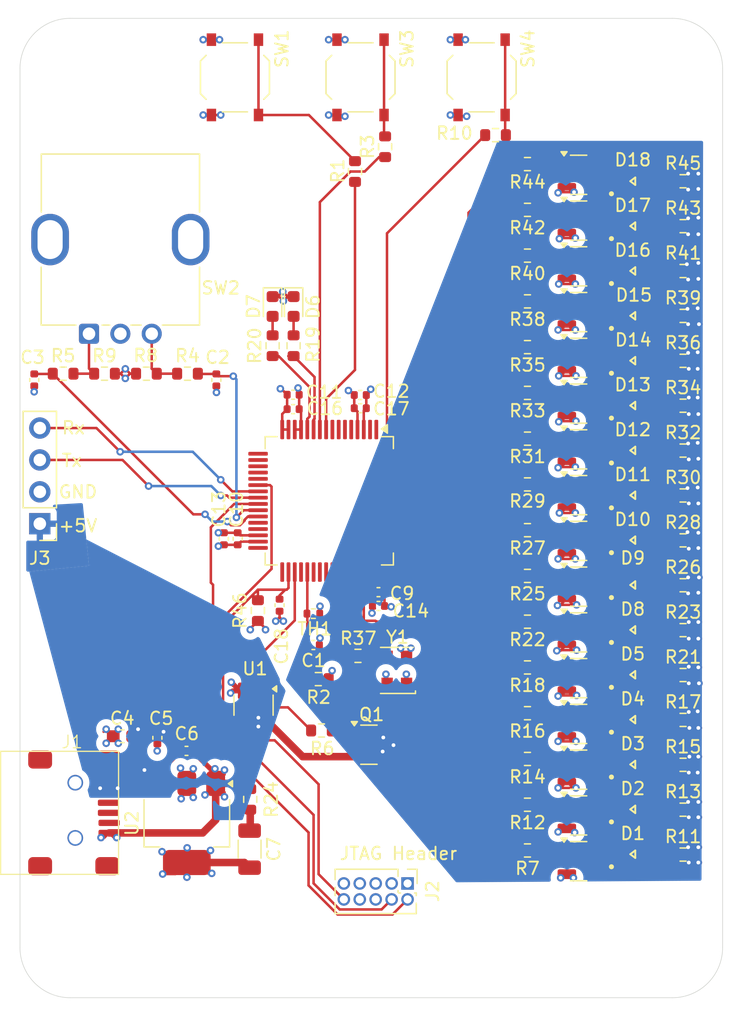
<source format=kicad_pcb>
(kicad_pcb (version 20240108) (generator "pcbnew") (generator_version "8.0")
  (layers (0 "F.Cu" signal) (1 "In1.Cu" signal) (2 "In2.Cu" signal) (31 "B.Cu" signal) (34 "B.Paste" user) (35 "F.Paste" user) (36 "B.SilkS" user "B.Silkscreen") (37 "F.SilkS" user "F.Silkscreen") (38 "B.Mask" user) (39 "F.Mask" user) (44 "Edge.Cuts" user))
  (net 0 "")
  (net 1 "PTB2")
  (net 2 "GND")
  (net 3 "PTA4")
  (net 4 "PTA5")
  (net 5 "+5V")
  (net 6 "Net-(C7-Pad2)")
  (net 7 "+3.3V")
  (net 8 "Net-(D1-K)")
  (net 9 "Net-(D1-A)")
  (net 10 "Net-(D2-A)")
  (net 11 "Net-(D2-K)")
  (net 12 "Net-(D3-A)")
  (net 13 "Net-(D3-K)")
  (net 14 "Net-(D4-K)")
  (net 15 "Net-(D4-A)")
  (net 16 "Net-(D5-A)")
  (net 17 "Net-(D5-K)")
  (net 18 "Net-(D6-A)")
  (net 19 "Net-(D7-A)")
  (net 20 "Net-(D8-A)")
  (net 21 "Net-(D8-K)")
  (net 22 "Net-(D9-K)")
  (net 23 "Net-(D9-A)")
  (net 24 "Net-(D10-A)")
  (net 25 "Net-(D10-K)")
  (net 26 "Net-(D11-A)")
  (net 27 "Net-(D11-K)")
  (net 28 "Net-(D12-K)")
  (net 29 "Net-(D12-A)")
  (net 30 "Net-(D13-A)")
  (net 31 "Net-(D13-K)")
  (net 32 "Net-(D14-K)")
  (net 33 "Net-(D14-A)")
  (net 34 "Net-(D15-A)")
  (net 35 "Net-(D15-K)")
  (net 36 "Net-(D16-A)")
  (net 37 "Net-(D16-K)")
  (net 38 "Net-(D17-K)")
  (net 39 "Net-(D17-A)")
  (net 40 "Net-(D18-K)")
  (net 41 "Net-(D18-A)")
  (net 48 "PTA0")
  (net 50 "PTA3")
  (net 53 "PTA20")
  (net 54 "Net-(J3-Pin_4)")
  (net 55 "Net-(J3-Pin_3)")
  (net 56 "Net-(Q1-G)")
  (net 57 "Net-(Q2-G)")
  (net 58 "Net-(Q3-G)")
  (net 59 "Net-(Q4-G)")
  (net 60 "Net-(Q5-G)")
  (net 61 "Net-(Q6-G)")
  (net 62 "Net-(Q7-G)")
  (net 63 "Net-(Q8-G)")
  (net 64 "Net-(Q9-G)")
  (net 65 "Net-(Q10-G)")
  (net 66 "Net-(Q11-G)")
  (net 67 "Net-(Q12-G)")
  (net 68 "Net-(Q13-G)")
  (net 69 "Net-(Q14-G)")
  (net 70 "Net-(Q15-G)")
  (net 71 "Net-(Q16-G)")
  (net 72 "Net-(Q17-G)")
  (net 73 "Net-(R1-Pad1)")
  (net 74 "PTE20")
  (net 75 "Net-(R3-Pad1)")
  (net 76 "PTE21")
  (net 77 "Net-(R4-Pad1)")
  (net 78 "Net-(R5-Pad2)")
  (net 79 "Net-(U1-Y)")
  (net 80 "PTC2")
  (net 81 "Net-(R10-Pad1)")
  (net 82 "PTD1")
  (net 83 "PTC3")
  (net 84 "PTC4")
  (net 85 "PTC5")
  (net 86 "PTC6")
  (net 87 "PTE22")
  (net 88 "PTE23")
  (net 89 "PTC7")
  (net 90 "PTC8")
  (net 91 "PTC9")
  (net 92 "PTC10")
  (net 93 "PTC11")
  (net 94 "PTD2")
  (net 95 "PTD3")
  (net 96 "Net-(U3-PTC1{slash}LLWU_P6{slash}RTC_CLKIN)")
  (net 97 "Net-(Y1-OUT)")
  (net 98 "PTD4")
  (net 99 "PTD5")
  (net 100 "PTD6")
  (net 101 "PTD7")
  (net 103 "PTB0")
  (net 127 "Net-(Q1-D)")
  (footprint "Oscillator:Oscillator_SMD_EuroQuartz_XO32-4Pin_3.2x2.5mm" (layer "F.Cu") (at 170.5356 97.9342 180)
    (property "Reference" "Y1")
    (property "Value" "XO32" (hide yes))
  )
  (footprint "Resistor_SMD:R_0603_1608Metric" (layer "F.Cu") (at 180.946 61.253276 180)
    (property "Reference" "R42")
    (property "Value" "100" (hide yes))
  )
  (footprint "Capacitor_SMD:C_0402_1005Metric" (layer "F.Cu") (at 141.6375 74.8 90)
    (property "Reference" "C3")
    (property "Value" "0.1u" (hide yes))
  )
  (footprint "Resistor_SMD:R_0603_1608Metric" (layer "F.Cu") (at 164.5278 102.7172 180)
    (property "Reference" "R6")
    (property "Value" "47" (hide yes))
  )
  (footprint "ENGR355:LED_Honglitronic_HL-PSC-2012" (layer "F.Cu") (at 189.3384 66.117422)
    (property "Reference" "D16")
    (property "Value" "~")
  )
  (footprint "Resistor_SMD:R_0603_1608Metric" (layer "F.Cu") (at 193.348 76.85)
    (property "Reference" "R34")
    (property "Value" "100" (hide yes))
  )
  (footprint "ENGR355:LED_Honglitronic_HL-PSC-2012" (layer "F.Cu") (at 189.3384 91.130564)
    (property "Reference" "D9")
    (property "Value" "~")
  )
  (footprint "Resistor_SMD:R_0603_1608Metric" (layer "F.Cu") (at 180.946 79.474606 180)
    (property "Reference" "R31")
    (property "Value" "100" (hide yes))
  )
  (footprint "Capacitor_SMD:C_0402_1005Metric" (layer "F.Cu") (at 153.7716 104.3432)
    (property "Reference" "C6")
    (property "Value" "1u" (hide yes))
  )
  (footprint "Package_TO_SOT_SMD:SOT-23" (layer "F.Cu") (at 185.0215 62.105808)
    (property "Reference" "Q16" (hide yes))
    (property "Value" "AO3400A" (hide yes))
  )
  (footprint "Resistor_SMD:R_0603_1608Metric" (layer "F.Cu") (at 193.348 58.975)
    (property "Reference" "R45")
    (property "Value" "100" (hide yes))
  )
  (footprint "Resistor_SMD:R_0603_1608Metric" (layer "F.Cu") (at 193.348 101.875)
    (property "Reference" "R17")
    (property "Value" "100" (hide yes))
  )
  (footprint "Package_TO_SOT_SMD:SOT-23" (layer "F.Cu") (at 185.0215 83.971176)
    (property "Reference" "Q10" (hide yes))
    (property "Value" "AO3400A" (hide yes))
  )
  (footprint "Resistor_SMD:R_0603_1608Metric" (layer "F.Cu") (at 180.946 104.984468 180)
    (property "Reference" "R14")
    (property "Value" "100" (hide yes))
  )
  (footprint "Resistor_SMD:R_0603_1608Metric" (layer "F.Cu") (at 159.4612 93.1672 90)
    (property "Reference" "R46")
    (property "Value" "10k" (hide yes))
  )
  (footprint "ENGR355:LED_Honglitronic_HL-PSC-2012" (layer "F.Cu") (at 189.3384 69.690728)
    (property "Reference" "D15")
    (property "Value" "~")
  )
  (footprint "Capacitor_SMD:C_0603_1608Metric" (layer "F.Cu") (at 148.65 103.175)
    (property "Reference" "C4")
    (property "Value" "4.7u" (hide yes))
  )
  (footprint "Rotary_Encoder:RotaryEncoder_Bourns_Vertical_PEC12R-3x17F-Nxxxx" (layer "F.Cu") (at 146 71.12 90)
    (property "Reference" "SW2")
    (property "Value" "RotaryEncoder" (hide yes))
  )
  (footprint "ENGR355:LED_Honglitronic_HL-PSC-2012" (layer "F.Cu") (at 189.3384 80.410646)
    (property "Reference" "D12")
    (property "Value" "~")
  )
  (footprint "LED_SMD:LED_0603_1608Metric" (layer "F.Cu") (at 160.6342 68.947 -90)
    (property "Reference" "D7")
    (property "Value" "LED" (hide yes))
  )
  (footprint "Resistor_SMD:R_0603_1608Metric" (layer "F.Cu") (at 160.6342 72.072 90)
    (property "Reference" "R20")
    (property "Value" "100" (hide yes))
  )
  (footprint "Resistor_SMD:R_0603_1608Metric" (layer "F.Cu") (at 158.8516 108.204 90)
    (property "Reference" "R24")
    (property "Value" "1" (hide yes))
  )
  (footprint "Resistor_SMD:R_0603_1608Metric" (layer "F.Cu") (at 193.348 112.6)
    (property "Reference" "R11")
    (property "Value" "100" (hide yes))
  )
  (footprint "Resistor_SMD:R_0603_1608Metric" (layer "F.Cu") (at 180.946 72.186074 180)
    (property "Reference" "R35")
    (property "Value" "100" (hide yes))
  )
  (footprint "Resistor_SMD:R_0603_1608Metric" (layer "F.Cu") (at 164.2758 98.6254)
    (property "Reference" "R2")
    (property "Value" "100k" (hide yes))
  )
  (footprint "Resistor_SMD:R_0603_1608Metric" (layer "F.Cu") (at 180.946 83.118872 180)
    (property "Reference" "R29")
    (property "Value" "100" (hide yes))
  )
  (footprint "ENGR355:LED_Honglitronic_HL-PSC-2012" (layer "F.Cu") (at 189.3384 108.997094)
    (property "Reference" "D2")
    (property "Value" "~")
  )
  (footprint "Resistor_SMD:R_0603_1608Metric" (layer "F.Cu") (at 193.348 80.425)
    (property "Reference" "R32")
    (property "Value" "100" (hide yes))
  )
  (footprint "Resistor_SMD:R_0603_1608Metric" (layer "F.Cu") (at 169.6 56.225 -90)
    (property "Reference" "R3")
    (property "Value" "330" (hide yes))
  )
  (footprint "Resistor_SMD:R_0603_1608Metric" (layer "F.Cu") (at 193.348 84)
    (property "Reference" "R30")
    (property "Value" "100" (hide yes))
  )
  (footprint "MountingHole:MountingHole_5.3mm_M5" (layer "F.Cu") (at 147.574 50.165)
    (property "Reference" "H1" (hide yes))
    (property "Value" "MountingHole")
  )
  (footprint "Package_TO_SOT_SMD:SOT-23" (layer "F.Cu") (at 185.0215 65.750036)
    (property "Reference" "Q15" (hide yes))
    (property "Value" "AO3400A" (hide yes))
  )
  (footprint "Resistor_SMD:R_0603_1608Metric" (layer "F.Cu") (at 147.2375 74.3)
    (property "Reference" "R9")
    (property "Value" "4.7k" (hide yes))
  )
  (footprint "ENGR355:LED_Honglitronic_HL-PSC-2012" (layer "F.Cu") (at 189.3384 112.5704)
    (property "Reference" "D1")
    (property "Value" "~")
  )
  (footprint "Capacitor_SMD:C_0402_1005Metric" (layer "F.Cu") (at 162.27 75.975 180)
    (property "Reference" "C11")
    (property "Value" "1u" (hide yes))
  )
  (footprint "Resistor_SMD:R_0603_1608Metric" (layer "F.Cu") (at 193.348 109.025)
    (property "Reference" "R13")
    (property "Value" "100" (hide yes))
  )
  (footprint "ENGR355:LED_Honglitronic_HL-PSC-2012" (layer "F.Cu") (at 189.3384 76.83734)
    (property "Reference" "D13")
    (property "Value" "~")
  )
  (footprint "Resistor_SMD:R_0603_1608Metric" (layer "F.Cu") (at 193.348 87.575)
    (property "Reference" "R28")
    (property "Value" "100" (hide yes))
  )
  (footprint "Capacitor_SMD:C_0402_1005Metric" (layer "F.Cu") (at 157.85 87.45 90)
    (property "Reference" "C10")
    (property "Value" "0.1u" (hide yes))
  )
  (footprint "ENGR355:LED_Honglitronic_HL-PSC-2012" (layer "F.Cu") (at 189.3384 62.544116)
    (property "Reference" "D17")
    (property "Value" "~")
  )
  (footprint "MountingHole:MountingHole_5.3mm_M5" (layer "F.Cu") (at 191.77 120.4976 90)
    (property "Reference" "H4" (hide yes))
    (property "Value" "MountingHole" (hide yes))
  )
  (footprint "Resistor_SMD:R_0603_1608Metric" (layer "F.Cu") (at 178.4 55.3 180)
    (property "Reference" "R10")
    (property "Value" "330" (hide yes))
  )
  (footprint "ENGR355:LED_Honglitronic_HL-PSC-2012" (layer "F.Cu") (at 189.3384 87.557258)
    (property "Reference" "D10")
    (property "Value" "~")
  )
  (footprint "Package_TO_SOT_SMD:SOT-23" (layer "F.Cu") (at 185.0215 69.394264)
    (property "Reference" "Q14" (hide yes))
    (property "Value" "AO3400A" (hide yes))
  )
  (footprint "MountingHole:MountingHole_5.3mm_M5" (layer "F.Cu") (at 147.574 120.5484 90)
    (property "Reference" "H3" (hide yes))
    (property "Value" "MountingHole" (hide yes))
  )
  (footprint "Capacitor_SMD:C_0402_1005Metric" (layer "F.Cu") (at 167.62 77.05)
    (property "Reference" "C17")
    (property "Value" "0.1u" (hide yes))
  )
  (footprint "Capacitor_SMD:C_0402_1005Metric" (layer "F.Cu") (at 169.07 92.8 180)
    (property "Reference" "C14")
    (property "Value" "1u" (hide yes))
  )
  (footprint "Package_TO_SOT_SMD:SOT-223-3_TabPin2" (layer "F.Cu") (at 153.7969 110.0821 -90)
    (property "Reference" "U2")
    (property "Value" "AMS1117-3.3")
  )
  (footprint "Resistor_SMD:R_0603_1608Metric" (layer "F.Cu") (at 193.348 94.725)
    (property "Reference" "R23")
    (property "Value" "100" (hide yes))
  )
  (footprint "Capacitor_SMD:C_0402_1005Metric" (layer "F.Cu") (at 162.27 77.125)
    (property "Reference" "C16")
    (property "Value" "0.1u" (hide yes))
  )
  (footprint "Capacitor_SMD:C_0402_1005Metric" (layer "F.Cu") (at 151.45 103.3 90)
    (property "Reference" "C5")
    (property "Value" "0.1u" (hide yes))
  )
  (footprint "ENGR355:UX-144S-ACP5" (layer "F.Cu") (at 142.757 109.225 -90)
    (property "Reference" "J1")
    (property "Value" "USB_B_Mini" (hide yes))
  )
  (footprint "Resistor_SMD:R_0603_1608Metric" (layer "F.Cu") (at 193.348 73.275)
    (property "Reference" "R36")
    (property "Value" "100" (hide yes))
  )
  (footprint "MountingHole:MountingHole_5.3mm_M5" (layer "F.Cu") (at 191.77 50.1142)
    (property "Reference" "H2" (hide yes))
    (property "Value" "MountingHole")
  )
  (footprint "Package_TO_SOT_SMD:SOT-23" (layer "F.Cu") (at 185.0215 94.90386)
    (property "Reference" "Q7" (hide yes))
    (property "Value" "AO3400A" (hide yes))
  )
  (footprint "ENGR355:LED_Honglitronic_HL-PSC-2012" (layer "F.Cu") (at 189.3384 105.423788)
    (property "Reference" "D3")
    (property "Value" "~")
  )
  (footprint "Resistor_SMD:R_0603_1608Metric" (layer "F.Cu") (at 193.348 105.45)
    (property "Reference" "R15")
    (property "Value" "100" (hide yes))
  )
  (footprint "Resistor_SMD:R_0603_1608Metric" (layer "F.Cu") (at 153.85 74.3)
    (property "Reference" "R4")
    (property "Value" "4.7k" (hide yes))
  )
  (footprint "Package_TO_SOT_SMD:SOT-23" (layer "F.Cu") (at 185.0215 109.480772)
    (property "Reference" "Q3" (hide yes))
    (property "Value" "AO3400A" (hide yes))
  )
  (footprint "Capacitor_SMD:C_1206_3216Metric" (layer "F.Cu") (at 158.8008 112.1682 90)
    (property "Reference" "C7")
    (property "Value" "22u" (hide yes))
  )
  (footprint "Resistor_SMD:R_0603_1608Metric" (layer "F.Cu") (at 180.946 75.83034 180)
    (property "Reference" "R33")
    (property "Value" "100" (hide yes))
  )
  (footprint "Package_TO_SOT_SMD:SOT-23" (layer "F.Cu") (at 185.0215 58.461566)
    (property "Reference" "Q17" (hide yes))
    (property "Value" "AO3400A" (hide yes))
  )
  (footprint "Capacitor_SMD:C_0402_1005Metric" (layer "F.Cu") (at 169.07 91.7)
    (property "Reference" "C9")
    (property "Value" "0.1u" (hide yes))
  )
  (footprint "Resistor_SMD:R_0603_1608Metric" (layer "F.Cu") (at 180.946 108.628734 180)
    (property "Reference" "R12")
    (property "Value" "100" (hide yes))
  )
  (footprint "Capacitor_SMD:C_0402_1005Metric" (layer "F.Cu") (at 156.15 74.8 90)
    (property "Reference" "C2")
    (property "Value" "0.1u" (hide yes))
  )
  (footprint "Package_TO_SOT_SMD:SOT-23" (layer "F.Cu") (at 185.0215 105.836544)
    (property "Reference" "Q4" (hide yes))
    (property "Value" "AO3400A" (hide yes))
  )
  (footprint "Resistor_SMD:R_0603_1608Metric" (layer "F.Cu") (at 180.946 101.340202 180)
    (property "Reference" "R16")
    (property "Value" "100" (hide yes))
  )
  (footprint "Package_QFP:LQFP-64_10x10mm_P0.5mm" (layer "F.Cu") (at 165.15 84.425 -90)
    (property "Reference" "U3" (hide yes))
    (property "Value" "MKL16Z128VLH4")
  )
  (footprint "Package_TO_SOT_SMD:SOT-23" (layer "F.Cu") (at 185.0215 113.125)
    (property "Reference" "Q2" (hide yes))
    (property "Value" "AO3400A" (hide yes))
  )
  (footprint "Button_Switch_SMD:SW_Push_1P1T_XKB_TS-1187A" (layer "F.Cu") (at 167.64 50.6984 90)
    (property "Reference" "SW3")
    (property "Value" "SW_Push" (hide yes))
  )
  (footprint "Package_TO_SOT_SMD:SOT-23" (layer "F.Cu") (at 168.3101 103.85)
    (property "Reference" "Q1")
    (property "Value" "AO3401A")
  )
  (footprint "Capacitor_SMD:C_0402_1005Metric" (layer "F.Cu") (at 167.62 76 180)
    (property "Reference" "C12")
    (property "Value" "1u" (hide yes))
  )
  (footprint "Resistor_SMD:R_0603_1608Metric" (layer "F.Cu") (at 167.4368 96.774 180)
    (property "Reference" "R37")
    (property "Value" "100" (hide yes))
  )
  (footprint "ENGR355:LED_Honglitronic_HL-PSC-2012" (layer "F.Cu") (at 189.3384 94.70387)
    (property "Reference" "D8")
    (property "Value" "~")
  )
  (footprint "Package_TO_SOT_SMD:SOT-23" (layer "F.Cu") (at 185.0215 80.326948)
    (property "Reference" "Q11" (hide yes))
    (property "Value" "AO3400A" (hide yes))
  )
  (footprint "Package_TO_SOT_SMD:SOT-23" (layer "F.Cu") (at 185.0215 76.68272)
    (property "Reference" "Q12" (hide yes))
    (property "Value" "AO3400A" (hide yes))
  )
  (footprint "Resistor_SMD:R_0402_1005Metric" (layer "F.Cu") (at 163.8808 93.4104)
    (property "Reference" "TH1")
    (property "Value" "100k" (hide yes))
  )
  (footprint "Package_TO_SOT_SMD:SOT-23" (layer "F.Cu") (at 185.0215 91.259632)
    (property "Reference" "Q8" (hide yes))
    (property "Value" "AO3400A" (hide yes))
  )
  (footprint "Resistor_SMD:R_0603_1608Metric" (layer "F.Cu") (at 180.946 94.05167 180)
    (property "Reference" "R22")
    (property "Value" "100" (hide yes))
  )
  (footprint "Resistor_SMD:R_0603_1608Metric" (layer "F.Cu") (at 193.348 98.3)
    (property "Reference" "R21")
    (property "Value" "100" (hide yes))
  )
  (footprint "Connector_PinHeader_1.27mm:PinHeader_2x05_P1.27mm_Vertical" (layer "F.Cu") (at 171.39 114.9 -90)
    (property "Reference" "J2")
    (property "Value" "JTAG SWD" (hide yes))
  )
  (footprint "Package_TO_SOT_SMD:SOT-23" (layer "F.Cu") (at 185.0215 87.615404)
    (property "Reference" "Q9" (hide yes))
    (property "Value" "AO3400A" (hide yes))
  )
  (footprint "Capacitor_SMD:C_0402_1005Metric" (layer "F.Cu") (at 161.1884 92.738 -90)
    (property "Reference" "C18")
    (property "Value" "1u" (hide yes))
  )
  (footprint "Resistor_SMD:R_0603_1608Metric" (layer "F.Cu") (at 193.348 69.7)
    (property "Reference" "R39")
    (property "Value" "100" (hide yes))
  )
  (footprint "Button_Switch_SMD:SW_Push_1P1T_XKB_TS-1187A" (layer "F.Cu") (at 177.292 50.6984 90)
    (property "Reference" "SW4")
    (property "Value" "SW_Push" (hide yes))
  )
  (footprint "Resistor_SMD:R_0603_1608Metric" (layer "F.Cu") (at 180.946 112.273 180)
    (property "Reference" "R7")
    (property "Value" "100" (hide yes))
  )
  (footprint "Resistor_SMD:R_0603_1608Metric" (layer "F.Cu") (at 180.946 57.609 180)
    (property "Reference" "R44")
    (property "Value" "100" (hide yes))
  )
  (footprint "Package_TO_SOT_SMD:SOT-23" (layer "F.Cu") (at 185.0215 102.192316)
    (property "Reference" "Q5" (hide yes))
    (property "Value" "AO3400A" (hide yes))
  )
  (footprint "Resistor_SMD:R_0603_1608Metric" (layer "F.Cu") (at 180.946 86.763138 180)
    (property "Reference" "R27")
    (property "Value" "100" (hide yes))
  )
  (footprint "Resistor_SMD:R_0603_1608Metric" (layer "F.Cu") (at 193.348 62.55)
    (property "Reference" "R43")
    (property "Value" "100" (hide yes))
  )
  (footprint "ENGR355:LED_Honglitronic_HL-PSC-2012" (layer "F.Cu") (at 189.3384 83.983952)
    (property "Reference" "D11")
    (property "Value" "~")
  )
  (footprint "Resistor_SMD:R_0603_1608Metric" (layer "F.Cu") (at 193.348 66.125)
    (property "Reference" "R41")
    (property "Value" "100" (hide yes))
  )
  (footprint "Package_TO_SOT_SMD:SOT-23" (layer "F.Cu") (at 185.0215 98.548088)
    (property "Reference" "Q6" (hide yes))
    (property "Value" "AO3400A" (hide yes))
  )
  (footprint "Resistor_SMD:R_0603_1608Metric" (layer "F.Cu") (at 180.946 64.897542 180)
    (property "Reference" "R40")
    (property "Value" "100" (hide yes))
  )
  (footprint "Resistor_SMD:R_0603_1608Metric" (layer "F.Cu") (at 143.9375 74.3)
    (property "Reference" "R5")
    (property "Value" "4.7k" (hide yes))
  )
  (footprint "ENGR355:LED_Honglitronic_HL-PSC-2012" (layer "F.Cu") (at 189.3384 101.850482)
    (property "Reference" "D4")
    (property "Value" "~")
  )
  (footprint "LED_SMD:LED_0603_1608Metric" (layer "F.Cu") (at 162.306 68.947 -90)
    (property "Reference" "D6")
    (property "Value" "LED" (hide yes))
  )
  (footprint "Resistor_SMD:R_0603_1608Metric" (layer "F.Cu") (at 150.575 74.3 180)
    (property "Reference" "R8")
    (property "Value" "4.7k" (hide yes))
  )
  (footprint "Resistor_SMD:R_0603_1608Metric" (layer "F.Cu") (at 167.2 58.2 -90)
    (property "Reference" "R1")
    (property "Value" "330" (hide yes))
  )
  (footprint "Resistor_SMD:R_0603_1608Metric" (layer "F.Cu") (at 162.306 72.072 90)
    (property "Reference" "R19")
    (property "Value" "100" (hide yes))
  )
  (footprint "Resistor_SMD:R_0603_1608Metric" (layer "F.Cu") (at 193.348 91.15)
    (property "Reference" "R26")
    (property "Value" "100" (hide yes))
  )
  (footprint "Button_Switch_SMD:SW_Push_1P1T_XKB_TS-1187A" (layer "F.Cu") (at 157.6324 50.6984 90)
    (property "Reference" "SW1")
    (property "Value" "SW_Push" (hide yes))
  )
  (footprint "Package_TO_SOT_SMD:SOT-23-5" (layer "F.Cu") (at 159.1153 100.7004 -90)
    (property "Reference" "U1")
    (property "Value" "SN74LV1T34DBV" (hide yes))
  )
  (footprint "ENGR355:LED_Honglitronic_HL-PSC-2012" (layer "F.Cu") (at 189.3384 98.277176)
    (property "Reference" "D5")
    (property "Value" "~")
  )
  (footprint "ENGR355:LED_Honglitronic_HL-PSC-2012" (layer "F.Cu") (at 189.3384 73.264034)
    (property "Reference" "D14")
    (property "Value" "~")
  )
  (footprint "Capacitor_SMD:C_0402_1005Metric" (layer "F.Cu") (at 163.8808 95.9104 180)
    (property "Reference" "C1")
    (property "Value" "0.1u" (hide yes))
  )
  (footprint "Capacitor_SMD:C_0402_1005Metric" (layer "F.Cu") (at 156.75 87.45 -90)
    (property "Reference" "C13")
    (property "Value" "1u" (hide yes))
  )
  (footprint "ENGR355:LED_Honglitronic_HL-PSC-2012" (layer "F.Cu") (at 189.3384 58.9708)
    (property "Reference" "D18")
    (property "Value" "~")
  )
  (footprint "Package_TO_SOT_SMD:SOT-23" (layer "F.Cu") (at 185.0215 73.038492)
    (property "Reference" "Q13" (hide yes))
    (property "Value" "AO3400A" (hide yes))
  )
  (footprint "Resistor_SMD:R_0603_1608Metric" (layer "F.Cu") (at 180.946 97.695936 180)
    (property "Reference" "R18")
    (property "Value" "100" (hide yes))
  )
  (footprint "Resistor_SMD:R_0603_1608Metric" (layer "F.Cu") (at 180.946 68.541808 180)
    (property "Reference" "R38")
    (property "Value" "100" (hide yes))
  )
  (footprint "Resistor_SMD:R_0603_1608Metric" (layer "F.Cu") (at 180.946 90.407404 180)
    (property "Reference" "R25")
    (property "Value" "100" (hide yes))
  )
  (footprint "Connector_PinHeader_2.54mm:PinHeader_1x04_P2.54mm_Vertical" (layer "F.Cu") (at 142.08 86.25 180)
    (property "Reference" "J3")
    (property "Value" "Conn_01x04" (hide yes))
  )
  (gr_arc (start 140.5 50) (mid 141.671573 47.171573) (end 144.5 46) (stroke (width 0.05)) (layer "Edge.Cuts"))
  (gr_arc (start 196.5 120) (mid 195.328427 122.828427) (end 192.5 124) (stroke (width 0.05)) (layer "Edge.Cuts"))
  (gr_line (start 140.5 120) (end 140.5 50) (stroke (width 0.05)) (layer "Edge.Cuts"))
  (gr_line (start 196.5 50) (end 196.5 120) (stroke (width 0.05)) (layer "Edge.Cuts"))
  (gr_arc (start 144.5 124) (mid 141.671573 122.828427) (end 140.5 120) (stroke (width 0.05)) (layer "Edge.Cuts"))
  (gr_line (start 144.5 46) (end 192.5 46) (stroke (width 0.05)) (layer "Edge.Cuts"))
  (gr_arc (start 192.5 46) (mid 195.328427 47.171573) (end 196.5 50) (stroke (width 0.05)) (layer "Edge.Cuts"))
  (gr_line (start 192.5 124) (end 144.5 124) (stroke (width 0.05)) (layer "Edge.Cuts"))
  (gr_text "+5V" (at 143.5 87 0) (layer "F.SilkS") (effects (font (size 1 1)) (justify left bottom)))
  (gr_text "Tx\n" (at 143.75 81.8 0) (layer "F.SilkS") (effects (font (size 1 1)) (justify left bottom)))
  (gr_text "Rx" (at 143.75 79.2 0) (layer "F.SilkS") (effects (font (size 1 1)) (justify left bottom)))
  (gr_text "GND" (at 143.5 84.3 0) (layer "F.SilkS") (effects (font (size 1 1)) (justify left bottom)))
  (gr_text "JTAG Header" (at 165.9 113.1 0) (layer "F.SilkS") (effects (font (size 1 1)) (justify left bottom)))
  (segment (start 163.3708 93.4104) (end 163.3708 93.20281) (width 0.2) (layer "F.Cu") (net 1))
  (segment (start 163.4008 95.9104) (end 163.4008 96.1254) (width 0.2) (layer "F.Cu") (net 1))
  (segment (start 163.4008 93.4404) (end 163.3708 93.4104) (width 0.2) (layer "F.Cu") (net 1))
  (segment (start 163.4508 96.1754) (end 163.4508 98.6254) (width 0.2) (layer "F.Cu") (net 1))
  (segment (start 163.4 90.1) (end 163.4 93.3812) (width 0.2) (layer "F.Cu") (net 1))
  (segment (start 163.4008 96.1254) (end 163.4508 96.1754) (width 0.2) (layer "F.Cu") (net 1))
  (segment (start 163.4008 95.9104) (end 163.4008 93.4404) (width 0.2) (layer "F.Cu") (net 1))
  (segment (start 163.3758 95.8854) (end 163.4008 95.9104) (width 0.2) (layer "F.Cu") (net 1))
  (segment (start 163.4 93.3812) (end 163.3708 93.4104) (width 0.2) (layer "F.Cu") (net 1))
  (segment (start 156.1084 109.6772) (end 156.0969 109.6657) (width 0.2) (layer "F.Cu") (net 2))
  (segment (start 147.607 110.875) (end 155.063 110.875) (width 0.6) (layer "F.Cu") (net 2))
  (segment (start 161.9 77.235) (end 161.79 77.125) (width 0.2) (layer "F.Cu") (net 2))
  (segment (start 155.759 47.7) (end 155.7574 47.6984) (width 0.2) (layer "F.Cu") (net 2))
  (segment (start 183.589008 63.5508) (end 184.084 63.055808) (width 0.2) (layer "F.Cu") (net 2))
  (segment (start 156.7974 106.2316) (end 156.0969 106.9321) (width 0.2) (layer "F.Cu") (net 2))
  (segment (start 184.528192 63.5) (end 184.084 63.055808) (width 0.2) (layer "F.Cu") (net 2))
  (segment (start 184.584368 92.71) (end 184.084 92.209632) (width 0.2) (layer "F.Cu") (net 2))
  (segment (start 168.4 90.1) (end 168.4 91.51) (width 0.2) (layer "F.Cu") (net 2))
  (segment (start 166.4 47.7) (end 165.7666 47.7) (width 0.2) (layer "F.Cu") (net 2))
  (segment (start 147.3708 103.7336) (end 147.3708 103.6792) (width 0.2) (layer "F.Cu") (net 2))
  (segment (start 162.306 68.1595) (end 161.8447 68.1595) (width 0.2) (layer "F.Cu") (net 2))
  (segment (start 183.388 59.8932) (end 183.602366 59.8932) (width 0.2) (layer "F.Cu") (net 2))
  (segment (start 183.388 103.5812) (end 183.645116 103.5812) (width 0.2) (layer "F.Cu") (net 2))
  (segment (start 155.759 53.7) (end 155.7574 53.6984) (width 0.2) (layer "F.Cu") (net 2))
  (segment (start 147.3708 103.5812) (end 148.336 102.616) (width 0.2) (layer "F.Cu") (net 2))
  (segment (start 170.9616 97.2618) (end 170.9616 97.2082) (width 0.2) (layer "F.Cu") (net 2))
  (segment (start 147.574 102.8192) (end 147.3708 102.616) (width 0.2) (layer "F.Cu") (net 2))
  (segment (start 183.388 59.8932) (end 183.4388 59.8424) (width 0.2) (layer "F.Cu") (net 2))
  (segment (start 141.6304 75.7428) (end 141.6375 75.7357) (width 0.2) (layer "F.Cu") (net 2))
  (segment (start 184.8612 96.3168) (end 183.3372 96.3168) (width 0.2) (layer "F.Cu") (net 2))
  (segment (start 183.2864 96.3676) (end 183.57026 96.3676) (width 0.2) (layer "F.Cu") (net 2))
  (segment (start 183.626436 67.1576) (end 184.084 66.700036) (width 0.2) (layer "F.Cu") (net 2))
  (segment (start 184.7596 89.0524) (end 183.388 89.0524) (width 0.2) (layer "F.Cu") (net 2))
  (segment (start 161.25 75.5) (end 161.315 75.5) (width 0.2) (layer "F.Cu") (net 2))
  (segment (start 151.4348 104.3432) (end 151.45 104.328) (width 0.2) (layer "F.Cu") (net 2))
  (segment (start 147.232 111.25) (end 147.607 110.875) (width 0.2) (layer "F.Cu") (net 2))
  (segment (start 183.4388 59.8424) (end 184.658 59.8424) (width 0.2) (layer "F.Cu") (net 2))
  (segment (start 183.4388 78.1304) (end 183.58632 78.1304) (width 0.2) (layer "F.Cu") (net 2))
  (segment (start 167.4 77.31) (end 167.14 77.05) (width 0.2) (layer "F.Cu") (net 2))
  (segment (start 184.570996 89.0524) (end 184.084 88.565404) (width 0.2) (layer "F.Cu") (net 2))
  (segment (start 147.3708 103.7336) (end 147.3708 103.5812) (width 0.2) (layer "F.Cu") (net 2))
  (segment (start 183.532832 92.7608) (end 184.084 92.209632) (width 0.2) (layer "F.Cu") (net 2))
  (segment (start 184.8104 74.4728) (end 183.4388 74.4728) (width 0.2) (layer "F.Cu") (net 2))
  (segment (start 183.388 110.7948) (end 183.719972 110.7948) (width 0.2) (layer "F.Cu") (net 2))
  (segment (start 183.607688 99.9744) (end 184.084 99.498088) (width 0.2) (layer "F.Cu") (net 2))
  (segment (start 183.388 92.71) (end 183.3372 92.7608) (width 0.2) (layer "F.Cu") (net 2))
  (segment (start 183.4896 63.5508) (end 183.589008 63.5508) (width 0.2) (layer "F.Cu") (net 2))
  (segment (start 184.541564 67.1576) (end 184.084 66.700036) (width 0.2) (layer "F.Cu") (net 2))
  (segment (start 161.4 77.515) (end 161.4 78.75) (width 0.2) (layer "F.Cu") (net 2))
  (segment (start 156.6436 88.0364) (end 156.75 87.93) (width 0.2) (layer "F.Cu") (net 2))
  (segment (start 175.4154 53.7) (end 175.417 53.6984) (width 0.2) (layer "F.Cu") (net 2))
  (segment (start 161.79 77.125) (end 161.4 77.515) (width 0.2) (layer "F.Cu") (net 2))
  (segment (start 156.5 53.7) (end 155.759 53.7) (width 0.2) (layer "F.Cu") (net 2))
  (segment (start 183.709 114.45) (end 184.084 114.075) (width 0.2) (layer "F.Cu") (net 2))
  (segment (start 183.610376 85.3948) (end 184.084 84.921176) (width 0.2) (layer "F.Cu") (net 2))
  (segment (start 156.7974 105.8672) (end 156.7974 106.2316) (width 0.2) (layer "F.Cu") (net 2))
  (segment (start 184.7596 81.7372) (end 183.4388 81.7372) (width 0.2) (layer "F.Cu") (net 2))
  (segment (start 175.4186 47.7) (end 175.417 47.6984) (width 0.2) (layer "F.Cu") (net 2))
  (segment (start 168.783 92.993) (end 168.59 92.8) (width 0.2) (layer "F.Cu") (net 2))
  (segment (start 183.5912 114.45) (end 183.709 114.45) (width 0.2) (layer "F.Cu") (net 2))
  (segment (start 147.3708 103.6792) (end 147.875 103.175) (width 0.2) (layer "F.Cu") (net 2))
  (segment (start 155.2448 107.7842) (end 156.0969 106.9321) (width 0.2) (layer "F.Cu") (net 2))
  (segment (start 184.8104 107.2896) (end 183.388 107.2896) (width 0.2) (layer "F.Cu") (net 2))
  (segment (start 156.1592 75.7936) (end 156.15 75.7844) (width 0.2) (layer "F.Cu") (net 2))
  (segment (start 141.6375 75.7357) (end 141.6375 75.28) (width 0.2) (layer "F.Cu") (net 2))
  (segment (start 183.388 99.9744) (end 183.607688 99.9744) (width 0.2) (layer "F.Cu") (net 2))
  (segment (start 183.4388 99.9236) (end 183.388 99.9744) (width 0.2) (layer "F.Cu") (net 2))
  (segment (start 184.54694 96.3168) (end 184.084 95.85386) (width 0.2) (layer "F.Cu") (net 2))
  (segment (start 184.544252 81.7372) (end 184.084 81.276948) (width 0.2) (layer "F.Cu") (net 2))
  (segment (start 147.574 103.5304) (end 147.3708 103.7336) (width 0.2) (layer "F.Cu") (net 2))
  (segment (start 184.7088 110.8456) (end 184.498828 110.8456) (width 0.2) (layer "F.Cu") (net 2))
  (segment (start 148.336 103.6828) (end 148.336 103.7336) (width 0.2) (layer "F.Cu") (net 2))
  (segment (start 184.7596 70.8152) (end 184.554936 70.8152) (width 0.2) (layer "F.Cu") (net 2))
  (segment (start 183.388 70.8152) (end 183.613064 70.8152) (width 0.2) (layer "F.Cu") (net 2))
  (segment (start 184.7088 110.8456) (end 184.658 110.7948) (width 0.2) (layer "F.Cu") (net 2))
  (segment (start 183.580944 107.2896) (end 184.084 106.786544) (width 0.2) (layer "F.Cu") (net 2))
  (segment (start 184.509512 99.9236) (end 184.084 99.498088) (width 0.2) (layer "F.Cu") (net 2))
  (segment (start 183.388 107.2896) (end 183.580944 107.2896) (width 0.2) (layer "F.Cu") (net 2))
  (segment (start 161.8447 68.1595) (end 161.4932 68.511) (width 0.2) (layer "F.Cu") (net 2))
  (segment (start 171.6532 96.5166) (end 171.3106 96.8592) (width 0.2) (layer "F.Cu") (net 2))
  (segment (start 168.5544 92.8356) (end 168.59 92.8) (width 0.2) (layer "F.Cu") (net 2))
  (segment (start 183.58632 78.1304) (end 184.084 77.63272) (width 0.2) (layer "F.Cu") (net 2))
  (segment (start 148.336 102.714) (end 147.875 103.175) (width 0.2) (layer "F.Cu") (net 2))
  (segment (start 158.105 87.675) (end 159.475 87.675) (width 0.2) (layer "F.Cu") (net 2))
  (segment (start 184.522884 103.5812) (end 184.084 103.142316) (width 0.2) (layer "F.Cu") (net 2))
  (segment (start 184.7596 85.3948) (end 183.4896 85.3948) (width 0.2) (layer "F.Cu") (net 2))
  (segment (start 161.1884 93.218) (end 161.1884 93.7032) (width 0.2) (layer "F.Cu") (net 2))
  (segment (start 164.3608 95.409) (end 164.3608 95.9104) (width 0.2) (layer "F.Cu") (net 2))
  (segment (start 162.306 68.1595) (end 161.8347 68.1595) (width 0.2) (layer "F.Cu") (net 2))
  (segment (start 184.498828 110.8456) (end 184.084 110.430772) (width 0.2) (layer "F.Cu") (net 2))
  (segment (start 168.4 91.51) (end 168.59 91.7) (width 0.2) (layer "F.Cu") (net 2))
  (segment (start 184.7596 81.7372) (end 184.544252 81.7372) (width 0.2) (layer "F.Cu") (net 2))
  (segment (start 156.7974 107.6326) (end 156.0969 106.9321) (width 0.2) (layer "F.Cu") (net 2))
  (segment (start 183.3372 92.7608) (end 183.532832 92.7608) (width 0.2) (layer "F.Cu") (net 2))
  (segment (start 147.574 102.8192) (end 147.574 103.5304) (width 0.2) (layer "F.Cu") (net 2))
  (segment (start 156.7974 108.0008) (end 156.7974 107.6326) (width 0.2) (layer "F.Cu") (net 2))
  (segment (start 183.645116 103.5812) (end 184.084 103.142316) (width 0.2) (layer "F.Cu") (net 2))
  (segment (start 183.613064 70.8152) (end 184.084 70.344264) (width 0.2) (layer "F.Cu") (net 2))
  (segment (start 148.1328 102.8192) (end 147.574 102.8192) (width 0.2) (layer "F.Cu") (net 2))
  (segment (start 165.8666 53.8) (end 165.765 53.6984) (width 0.2) (layer "F.Cu") (net 2))
  (segment (start 161.1417 68.1595) (end 161.4932 68.511) (width 0.2) (layer "F.Cu") (net 2))
  (segment (start 184.53088 78.0796) (end 184.084 77.63272) (width 0.2) (layer "F.Cu") (net 2))
  (segment (start 161.9 78.75) (end 161.4 78.75) (width 0.2) (layer "F.Cu") (net 2))
  (segment (start 157.85 87.93) (end 156.75 87.93) (width 0.2) (layer "F.Cu") (net 2))
  (segment (start 155.1 53.7) (end 155.7558 53.7) (width 0.2) (layer "F.Cu") (net 2))
  (segment (start 184.658 59.8424) (end 184.514834 59.8424) (width 0.2) (layer "F.Cu") (net 2))
  (segment (start 184.8612 96.3168) (end 184.54694 96.3168) (width 0.2) (layer "F.Cu") (net 2))
  (segment (start 165.7634 53.7) (end 165.765 53.6984) (width 0.2) (layer "F.Cu") (net 2))
  (segment (start 184.8612 99.9236) (end 184.509512 99.9236) (width 0.2) (layer "F.Cu") (net 2))
  (segment (start 184.6072 114.45) (end 183.5912 114.45) (width 0.2) (layer "F.Cu") (net 2))
  (segment (start 184.8104 74.4728) (end 184.568308 74.4728) (width 0.2) (layer "F.Cu") (net 2))
  (segment (start 148.336 102.616) (end 148.336 102.714) (width 0.2) (layer "F.Cu") (net 2))
  (segment (start 166.7812 75.6412) (end 167.14 76) (width 0.2) (layer "F.Cu") (net 2))
  (segment (start 184.557624 85.3948) (end 184.084 84.921176) (width 0.2) (layer "F.Cu") (net 2))
  (segment (start 184.7596 63.5) (end 184.528192 63.5) (width 0.2) (layer "F.Cu") (net 2))
  (segment (start 183.3372 96.3168) (end 183.2864 96.3676) (width 0.2) (layer "F.Cu") (net 2))
  (segment (start 165.1 53.7) (end 165.7634 53.7) (width 0.2) (layer "F.Cu") (net 2))
  (segment (start 161.1884 93.7032) (end 160.8836 94.008) (width 0.2) (layer "F.Cu") (net 2))
  (segment (start 158.1653 99.5629) (end 157.4588 99.5629) (width 0.4) (layer "F.Cu") (net 2))
  (segment (start 184.7596 67.1576) (end 183.4388 67.1576) (width 0.2) (layer "F.Cu") (net 2))
  (segment (start 157.3765 106.9321) (end 157.8234 107.379) (width 0.6) (layer "F.Cu") (net 2))
  (segment (start 156.3116 88.0364) (end 156.6436 88.0364) (width 0.2) (layer "F.Cu") (net 2))
  (segment (start 160.6342 68.1595) (end 161.0501 68.1595) (width 0.2) (layer "F.Cu") (net 2))
  (segment (start 183.57026 96.3676) (end 184.084 95.85386) (width 0.2) (layer "F.Cu") (net 2))
  (segment (start 151.45 103.78) (end 151.63 103.78) (width 0.2) (layer "F.Cu") (net 2))
  (segment (start 184.8104 103.5812) (end 183.388 103.5812) (width 0.2) (layer "F.Cu") (net 2))
  (segment (start 148.336 102.616) (end 148.1328 102.8192) (width 0.2) (layer "F.Cu") (net 2))
  (segment (start 171.6532 96.1644) (end 171.6532 96.5166) (width 0.2) (layer "F.Cu") (net 2))
  (segment (start 170.8404 96.1644) (end 170.8404 96.389) (width 0.2) (layer "F.Cu") (net 2))
  (segment (start 184.7596 67.1576) (end 184.541564 67.1576) (width 0.2) (layer "F.Cu") (net 2))
  (segment (start 148.336 103.7336) (end 148.336 103.636) (width 0.2) (layer "F.Cu") (net 2))
  (segment (start 183.4388 74.4728) (end 183.599692 74.4728) (width 0.2) (layer "F.Cu") (net 2))
  (segment (start 184.7596 63.5) (end 183.5404 63.5) (width 0.2) (layer "F.Cu") (net 2))
  (segment (start 184.8104 78.0796) (end 183.4896 78.0796) (width 0.2) (layer "F.Cu") (net 2))
  (segment (start 184.8612 99.9236) (end 183.4388 99.9236) (width 0.2) (layer "F.Cu") (net 2))
  (segment (start 156.1084 109.8296) (end 156.1084 109.6772) (width 0.2) (layer "F.Cu") (net 2))
  (segment (start 155.7558 53.7) (end 155.7574 53.6984) (width 0.2) (layer "F.Cu") (net 2))
  (segment (start 156.0969 106.1885) (end 156.0969 106.9321) (width 0.2) (layer "F.Cu") (net 2))
  (segment (start 151.45 104.328) (end 151.45 103.78) (width 0.2) (layer "F.Cu") (net 2))
  (segment (start 183.4388 67.1576) (end 183.626436 67.1576) (width 0.2) (layer "F.Cu") (net 2))
  (segment (start 183.4896 78.0796) (end 183.4388 78.1304) (width 0.2) (layer "F.Cu") (net 2))
  (segment (start 148.336 103.7336) (end 148.336 102.616) (width 0.2) (layer "F.Cu") (net 2))
  (segment (start 184.8104 107.2896) (end 184.587056 107.2896) (width 0.2) (layer "F.Cu") (net 2))
  (segment (start 183.572948 81.788) (end 184.084 81.276948) (width 0.2) (layer "F.Cu") (net 2))
  (segment (start 184.8104 103.5812) (end 184.522884 103.5812) (width 0.2) (layer "F.Cu") (net 2))
  (segment (start 155.2448 107.8484) (end 155.2448 107.7842) (width 0.2) (layer "F.Cu") (net 2))
  (segment (start 167.4 78.75) (end 167.4 77.31) (width 0.2) (layer "F.Cu") (net 2))
  (segment (start 146.957 111.25) (end 147.232 111.25) (width 0.2) (layer "F.Cu") (net 2))
  (segment (start 161.315 75.5) (end 161.79 75.975) (width 0.2) (layer "F.Cu") (net 2))
  (segment (start 161.1884 93.7032) (end 161.4932 94.008) (width 0.2) (layer "F.Cu") (net 2))
  (segment (start 166.6748 75.6412) (end 166.7812 75.6412) (width 0.2) (layer "F.Cu") (net 2))
  (segment (start 184.8612 92.71) (end 184.584368 92.71) (width 0.2) (layer "F.Cu") (net 2))
  (segment (start 156.0969 109.6657) (end 156.0969 106.9321) (width 0.6) (layer "F.Cu") (net 2))
  (segment (start 184.554936 70.8152) (end 184.084 70.344264) (width 0.2) (layer "F.Cu") (net 2))
  (segment (start 183.4896 85.3948) (end 183.610376 85.3948) (width 0.2) (layer "F.Cu") (net 2))
  (segment (start 165.7666 47.7) (end 165.765 47.6984) (width 0.2) (layer "F.Cu") (net 2))
  (segment (start 184.514834 59.8424) (end 184.084 59.411566) (width 0.2) (layer "F.Cu") (net 2))
  (segment (start 161.0501 68.1595) (end 161.4424 67.7672) (width 0.2) (layer "F.Cu") (net 2))
  (segment (start 156.4 47.7) (end 155.759 47.7) (width 0.2) (layer "F.Cu") (net 2))
  (segment (start 148.207 111.25) (end 147.982 111.25) (width 0.2) (layer "F.Cu") (net 2))
  (segment (start 183.599692 74.4728) (end 184.084 73.988492) (width 0.2) (layer "F.Cu") (net 2))
  (segment (start 183.4388 81.7372) (end 183.388 81.788) (width 0.2) (layer "F.Cu") (net 2))
  (segment (start 154.2516 104.3432) (end 156.0969 106.1885) (width 0.4) (layer "F.Cu") (net 2))
  (segment (start 155.7558 47.7) (end 155.7574 47.6984) (width 0.2) (layer "F.Cu") (net 2))
  (segment (start 174.8 53.7) (end 175.4154 53.7) (width 0.2) (layer "F.Cu") (net 2))
  (segment (start 184.8104 78.0796) (end 184.53088 78.0796) (width 0.2) (layer "F.Cu") (net 2))
  (segment (start 161.79 77.125) (end 161.79 75.975) (width 0.2) (layer "F.Cu") (net 2))
  (segment (start 156.0378 105.7656) (end 156.0378 106.873) (width 0.2) (layer "F.Cu") (net 2))
  (segment (start 156.15 75.7844) (end 156.15 75.28) (width 0.2) (layer "F.Cu") (net 2))
  (segment (start 156.0309 106.9981) (end 156.0969 106.9321) (width 0.2) (layer "F.Cu") (net 2))
  (segment (start 156.0988 106.934) (end 156.0969 106.9321) (width 0.2) (layer "F.Cu") (net 2))
  (segment (start 176.1 53.8) (end 175.5186 53.8) (width 0.2) (layer "F.Cu") (net 2))
  (segment (start 184.8612 92.71) (end 183.388 92.71) (width 0.2) (layer "F.Cu") (net 2))
  (segment (start 170.9616 97.2082) (end 171.3106 96.8592) (width 0.2) (layer "F.Cu") (net 2))
  (segment (start 183.388 89.0524) (end 183.597004 89.0524) (width 0.2) (layer "F.Cu") (net 2))
  (segment (start 147.3708 102.6708) (end 147.875 103.175) (width 0.2) (layer "F.Cu") (net 2))
  (segment (start 184.7596 70.8152) (end 183.388 70.8152) (width 0.2) (layer "F.Cu") (net 2))
  (segment (start 158.0286 99.5629) (end 157.3373 98.8716) (width 0.4) (layer "F.Cu") (net 2))
  (segment (start 184.568308 74.4728) (end 184.084 73.988492) (width 0.2) (layer "F.Cu") (net 2))
  (segment (start 164.4096 95.3602) (end 164.3608 95.409) (width 0.2) (layer "F.Cu") (net 2))
  (segment (start 166.4 53.8) (end 165.8666 53.8) (width 0.2) (layer "F.Cu") (net 2))
  (segment (start 184.7596 89.0524) (end 184.570996 89.0524) (width 0.2) (layer "F.Cu") (net 2))
  (segment (start 174.8 47.7) (end 175.4154 47.7) (width 0.2) (layer "F.Cu") (net 2))
  (segment (start 176 47.7) (end 175.4186 47.7) (width 0.2) (layer "F.Cu") (net 2))
  (segment (start 170.8404 96.389) (end 171.3106 96.8592) (width 0.2) (layer "F.Cu") (net 2))
  (segment (start 184.658 110.7948) (end 183.388 110.7948) (width 0.2) (layer "F.Cu") (net 2))
  (segment (start 184.7596 85.3948) (end 184.557624 85.3948) (width 0.2) (layer "F.Cu") (net 2))
  (segment (start 157.85 87.93) (end 158.105 87.675) (width 0.2) (layer "F.Cu") (net 2))
  (segment (start 161.8347 68.1595) (end 161.4424 67.7672) (width 0.2) (layer "F.Cu") (net 2))
  (segment (start 183.597004 89.0524) (end 184.084 88.565404) (width 0.2) (layer "F.Cu") (net 2))
  (segment (start 160.6342 68.1595) (end 161.1417 68.1595) (width 0.2) (layer "F.Cu") (net 2))
  (segment (start 183.388 81.788) (end 183.572948 81.788) (width 0.2) (layer "F.Cu") (net 2))
  (segment (start 168.5544 93.3704) (end 168.5544 92.8356) (width 0.2) (layer "F.Cu") (net 2))
  (segment (start 165.1 47.7) (end 165.7634 47.7) (width 0.2) (layer "F.Cu") (net 2))
  (segment (start 148.336 103.636) (end 147.875 103.175) (width 0.2) (layer "F.Cu") (net 2))
  (segment (start 157.8234 107.379) (end 158.8516 107.379) (width 0.6) (layer "F.Cu") (net 2))
  (segment (start 167.14 77.05) (end 167.14 76) (width 0.2) (layer "F.Cu") (net 2))
  (segment (start 165.7634 47.7) (end 165.765 47.6984) (width 0.2) (layer "F.Cu") (net 2))
  (segment (start 175.5186 53.8) (end 175.417 53.6984) (width 0.2) (layer "F.Cu") (net 2))
  (segment (start 147.3708 102.616) (end 147.3708 102.6708) (width 0.2) (layer "F.Cu") (net 2))
  (segment (start 184.587056 107.2896) (end 184.084 106.786544) (width 0.2) (layer "F.Cu") (net 2))
  (segment (start 156.0969 106.9321) (end 157.3765 106.9321) (width 0.6) (layer "F.Cu") (net 2))
  (segment (start 168.59 91.7) (end 168.59 92.8) (width 0.2) (layer "F.Cu") (net 2))
  (segment (start 175.4154 47.7) (end 175.417 47.6984) (width 0.2) (layer "F.Cu") (net 2))
  (segment (start 148.1836 103.5304) (end 148.336 103.6828) (width 0.2) (layer "F.Cu") (net 2))
  (segment (start 183.602366 59.8932) (end 184.084 59.411566) (width 0.2) (layer "F.Cu") (net 2))
  (segment (start 156.0378 106.873) (end 156.0969 106.9321) (width 0.2) (layer "F.Cu") (net 2))
  (segment (start 155.063 110.875) (end 156.1084 109.8296) (width 0.6) (layer "F.Cu") (net 2))
  (segment (start 183.5404 63.5) (end 183.4896 63.5508) (width 0.2) (layer "F.Cu") (net 2))
  (segment (start 155.4988 106.9981) (end 156.0309 106.9981) (width 0.2) (layer "F.Cu") (net 2))
  (segment (start 147.3708 102.616) (end 147.1676 102.8192) (width 0.2) (layer "F.Cu") (net 2))
  (segment (start 147.982 111.25) (end 147.607 110.875) (width 0.2) (layer "F.Cu") (net 2))
  (segment (start 183.719972 110.7948) (end 184.084 110.430772) (width 0.2) (layer "F.Cu") (net 2))
  (segment (start 155.1 47.7) (end 155.7558 47.7) (width 0.2) (layer "F.Cu") (net 2))
  (via (at 146.957 111.25) (size 0.6) (drill 0.3) (layers "F.Cu" "B.Cu") (net 2))
  (via (at 184.8612 92.71) (size 0.6) (drill 0.3) (layers "F.Cu" "B.Cu") (net 2))
  (via (at 184.8104 107.2896) (size 0.6) (drill 0.3) (layers "F.Cu" "B.Cu") (net 2))
  (via (at 184.8104 74.4728) (size 0.6) (drill 0.3) (layers "F.Cu" "B.Cu") (net 2))
  (via (at 183.388 99.9744) (size 0.6) (drill 0.3) (layers "F.Cu" "B.Cu") (net 2))
  (via (at 171.6532 96.1644) (size 0.6) (drill 0.3) (layers "F.Cu" "B.Cu") (net 2))
  (via (at 183.388 89.0524) (size 0.6) (drill 0.3) (layers "F.Cu" "B.Cu") (net 2))
  (via (at 161.4932 94.008) (size 0.6) (drill 0.3) (layers "F.Cu" "B.Cu") (net 2))
  (via (at 174.8 47.7) (size 0.6) (drill 0.3) (layers "F.Cu" "B.Cu") (net 2))
  (via (at 151.4348 104.3432) (size 0.6) (drill 0.3) (layers "F.Cu" "B.Cu") (net 2))
  (via (at 184.8104 78.0796) (size 0.6) (drill 0.3) (layers "F.Cu" "B.Cu") (net 2))
  (via (at 184.7596 70.8152) (size 0.6) (drill 0.3) (layers "F.Cu" "B.Cu") (net 2))
  (via (at 156.7974 105.8672) (size 0.6) (drill 0.3) (layers "F.Cu" "B.Cu") (net 2))
  (via (at 166.4 47.7) (size 0.6) (drill 0.3) (layers "F.Cu" "B.Cu") (net 2))
  (via (at 141.6304 75.7428) (size 0.6) (drill 0.3) (layers "F.Cu" "B.Cu") (net 2))
  (via (at 184.7596 67.1576) (size 0.6) (drill 0.3) (layers "F.Cu" "B.Cu") (net 2))
  (via (at 156.3116 88.0364) (size 0.6) (drill 0.3) (layers "F.Cu" "B.Cu") (net 2))
  (via (at 183.4388 67.1576) (size 0.6) (drill 0.3) (layers "F.Cu" "B.Cu") (net 2))
  (via (at 183.4896 85.3948) (size 0.6) (drill 0.3) (layers "F.Cu" "B.Cu") (net 2))
  (via (at 183.4388 78.1304) (size 0.6) (drill 0.3) (layers "F.Cu" "B.Cu") (net 2))
  (via (at 176 47.7) (size 0.6) (drill 0.3) (layers "F.Cu" "B.Cu") (net 2))
  (via (at 183.4388 74.4728) (size 0.6) (drill 0.3) (layers "F.Cu" "B.Cu") (net 2))
  (via (at 156.5 53.7) (size 0.6) (drill 0.3) (layers "F.Cu" "B.Cu") (net 2))
  (via (at 183.2864 96.3676) (size 0.6) (drill 0.3) (layers "F.Cu" "B.Cu") (net 2))
  (via (at 183.388 110.7948) (size 0.6) (drill 0.3) (layers "F.Cu" "B.Cu") (net 2))
  (via (at 147.3708 102.616) (size 0.6) (drill 0.3) (layers "F.Cu" "B.Cu") (net 2))
  (via (at 148.336 103.7336) (size 0.6) (drill 0.3) (layers "F.Cu" "B.Cu") (net 2))
  (via (at 183.388 103.5812) (size 0.6) (drill 0.3) (layers "F.Cu" "B.Cu") (net 2))
  (via (at 183.4896 63.5508) (size 0.6) (drill 0.3) (layers "F.Cu" "B.Cu") (net 2))
  (via (at 168.5544 93.3704) (size 0.6) (drill 0.3) (layers "F.Cu" "B.Cu") (net 2))
  (via (at 156.1592 75.7936) (size 0.6) (drill 0.3) (layers "F.Cu" "B.Cu") (net 2))
  (via (at 156.0378 105.7656) (size 0.6) (drill 0.3) (layers "F.Cu" "B.Cu") (net 2))
  (via (at 174.8 53.7) (size 0.6) (drill 0.3) (layers "F.Cu" "B.Cu") (net 2))
  (via (at 161.25 75.5) (size 0.6) (drill 0.3) (layers "F.Cu" "B.Cu") (net 2))
  (via (at 183.388 81.788) (size 0.6) (drill 0.3) (layers "F.Cu" "B.Cu") (net 2))
  (via (at 148.336 102.616) (size 0.6) (drill 0.3) (layers "F.Cu" "B.Cu") (net 2))
  (via (at 148.207 111.25) (size 0.6) (drill 0.3) (layers "F.Cu" "B.Cu") (net 2))
  (via (at 184.7596 89.0524) (size 0.6) (drill 0.3) (layers "F.Cu" "B.Cu") (net 2))
  (via (at 176.1 53.8) (size 0.6) (drill 0.3) (layers "F.Cu" "B.Cu") (net 2))
  (via (at 157.2865 99.7352) (size 0.6) (drill 0.3) (layers "F.Cu" "B.Cu") (net 2))
  (via (at 184.6072 114.45) (size 0.6) (drill 0.3) (layers "F.Cu" "B.Cu") (net 2))
  (via (at 161.4932 68.511) (size 0.6) (drill 0.3) (layers "F.Cu" "B.Cu") (net 2))
  (via (at 184.7088 110.8456) (size 0.6) (drill 0.3) (layers "F.Cu" "B.Cu") (net 2))
  (via (at 183.388 107.2896) (size 0.6) (drill 0.3) (layers "F.Cu" "B.Cu") (net 2))
  (via (at 156.4 47.7) (size 0.6) (drill 0.3) (layers "F.Cu" "B.Cu") (net 2))
  (via (at 157.3373 98.8716) (size 0.6) (drill 0.3) (layers "F.Cu" "B.Cu") (net 2))
  (via (at 184.7596 63.5) (size 0.6) (drill 0.3) (layers "F.Cu" "B.Cu") (net 2))
  (via (at 164.4096 95.3602) (size 0.6) (drill 0.3) (layers "F.Cu" "B.Cu") (net 2))
  (via (at 161.4424 67.7672) (size 0.6) (drill 0.3) (layers "F.Cu" "B.Cu") (net 2))
  (via (at 156.7974 108.0008) (size 0.6) (drill 0.3) (layers "F.Cu" "B.Cu") (net 2))
  (via (at 147.3708 103.7336) (size 0.6) (drill 0.3) (layers "F.Cu" "B.Cu") (net 2))
  (via (at 160.8836 94.008) (size 0.6) (drill 0.3) (layers "F.Cu" "B.Cu") (net 2))
  (via (at 155.2448 107.8484) (size 0.6) (drill 0.3) (layers "F.Cu" "B.Cu") (net 2))
  (via (at 166.4 53.8) (size 0.6) (drill 0.3) (layers "F.Cu" "B.Cu") (net 2))
  (via (at 183.388 70.8152) (size 0.6) (drill 0.3) (layers "F.Cu" "B.Cu") (net 2))
  (via (at 184.8104 103.5812) (size 0.6) (drill 0.3) (layers "F.Cu" "B.Cu") (net 2))
  (via (at 184.8612 99.9236) (size 0.6) (drill 0.3) (layers "F.Cu" "B.Cu") (net 2))
  (via (at 183.3372 92.7608) (size 0.6) (drill 0.3) (layers "F.Cu" "B.Cu") (net 2))
  (via (at 184.658 59.8424) (size 0.6) (drill 0.3) (layers "F.Cu" "B.Cu") (net 2))
  (via (at 170.8404 96.1644) (size 0.6) (drill 0.3) (layers "F.Cu" "B.Cu") (net 2))
  (via (at 165.1 53.7) (size 0.6) (drill 0.3) (layers "F.Cu" "B.Cu") (net 2))
  (via (at 165.1 47.7) (size 0.6) (drill 0.3) (layers "F.Cu" "B.Cu") (net 2))
  (via (at 166.6748 75.6412) (size 0.6) (drill 0.3) (layers "F.Cu" "B.Cu") (net 2))
  (via (at 155.1 47.7) (size 0.6) (drill 0.3) (layers "F.Cu" "B.Cu") (net 2))
  (via (at 155.1 53.7) (size 0.6) (drill 0.3) (layers "F.Cu" "B.Cu") (net 2))
  (via (at 183.5912 114.45) (size 0.6) (drill 0.3) (layers "F.Cu" "B.Cu") (net 2))
  (via (at 184.7596 81.7372) (size 0.6) (drill 0.3) (layers "F.Cu" "B.Cu") (net 2))
  (via (at 164.4096 92.8202) (size 0.6) (drill 0.3) (layers "F.Cu" "B.Cu") (net 2))
  (via (at 184.7596 85.3948) (size 0.6) (drill 0.3) (layers "F.Cu" "B.Cu") (net 2))
  (via (at 184.8612 96.3168) (size 0.6) (drill 0.3) (layers "F.Cu" "B.Cu") (net 2))
  (via (at 183.388 59.8932) (size 0.6) (drill 0.3) (layers "F.Cu" "B.Cu") (net 2))
  (segment (start 157.5 74.5) (end 156.33 74.5) (width 0.2) (layer "F.Cu") (net 3))
  (segment (start 154.695 74.32) (end 154.675 74.3) (width 0.2) (layer "F.Cu") (net 3))
  (segment (start 156.33 74.5) (end 156.15 74.32) (width 0.2) (layer "F.Cu") (net 3))
  (segment (start 158.325 85.175) (end 157.75 85.75) (width 0.2) (layer "F.Cu") (net 3))
  (segment (start 156.15 74.32) (end 154.695 74.32) (width 0.2) (layer "F.Cu") (net 3))
  (segment (start 159.475 85.175) (end 158.325 85.175) (width 0.2) (layer "F.Cu") (net 3))
  (via (at 157.75 85.75) (size 0.6) (drill 0.3) (layers "F.Cu" "B.Cu") (net 3))
  (via (at 157.5 74.5) (size 0.6) (drill 0.3) (layers "F.Cu" "B.Cu") (net 3))
  (segment (start 157.75 74.75) (end 157.5 74.5) (width 0.2) (layer "B.Cu") (net 3))
  (segment (start 157.75 85.75) (end 157.75 74.75) (width 0.2) (layer "B.Cu") (net 3))
  (segment (start 158.4 85.94259) (end 158.66759 85.675) (width 0.2) (layer "F.Cu") (net 4))
  (segment (start 143.1125 74.3) (end 154.3125 85.5) (width 0.2) (layer "F.Cu") (net 4))
  (segment (start 158.0304 86.3696) (end 158.4 86) (width 0.2) (layer "F.Cu") (net 4))
  (segment (start 143.1125 74.3) (end 143.371 74.3) (width 0.2) (layer "F.Cu") (net 4))
  (segment (start 158.4 86) (end 158.4 85.94259) (width 0.2) (layer "F.Cu") (net 4))
  (segment (start 143.0925 74.32) (end 143.1125 74.3) (width 0.2) (layer "F.Cu") (net 4))
  (segment (start 141.6375 74.32) (end 143.0925 74.32) (width 0.2) (layer "F.Cu") (net 4))
  (segment (start 158.66759 85.675) (end 159.475 85.675) (width 0.2) (layer "F.Cu") (net 4))
  (segment (start 157.311854 86.3696) (end 158.0304 86.3696) (width 0.2) (layer "F.Cu") (net 4))
  (segment (start 154.3125 85.5) (end 155.25 85.5) (width 0.2) (layer "F.Cu") (net 4))
  (segment (start 157.020392 86.078138) (end 157.311854 86.3696) (width 0.2) (layer "F.Cu") (net 4))
  (via (at 155.25 85.5) (size 0.6) (drill 0.3) (layers "F.Cu" "B.Cu") (net 4))
  (via (at 157.020392 86.078138) (size 0.6) (drill 0.3) (layers "F.Cu" "B.Cu") (net 4))
  (segment (start 155.828138 86.078138) (end 157.020392 86.078138) (width 0.2) (layer "B.Cu") (net 4))
  (segment (start 155.25 85.5) (end 155.828138 86.078138) (width 0.2) (layer "B.Cu") (net 4))
  (segment (start 149.425 103.175) (end 151.095 103.175) (width 0.2) (layer "F.Cu") (net 5))
  (segment (start 151.9428 102.8192) (end 151.942 102.82) (width 0.2) (layer "F.Cu") (net 5))
  (segment (start 149.9108 102.6892) (end 149.425 103.175) (width 0.2) (layer "F.Cu") (net 5))
  (segment (start 147.557 107.675) (end 149.5254 107.675) (width 0.6) (layer "F.Cu") (net 5))
  (segment (start 150.4188 105.8672) (end 150.432 105.8672) (width 0.2) (layer "F.Cu") (net 5))
  (segment (start 150.2683 106.9321) (end 151.4969 106.9321) (width 0.6) (layer "F.Cu") (net 5))
  (segment (start 148.285 107.315) (end 147.917 107.315) (width 0.2) (layer "F.Cu") (net 5))
  (segment (start 159.9274 101.7) (end 160.0653 101.8379) (width 0.2) (layer "F.Cu") (net 5))
  (segment (start 150.622 106.0572) (end 151.4969 106.9321) (width 0.4) (layer "F.Cu") (net 5))
  (segment (start 160.0653 101.8379) (end 163.0274 104.8) (width 0.6) (layer "F.Cu") (net 5))
  (segment (start 149.5254 107.675) (end 150.2683 106.9321) (width 0.6) (layer "F.Cu") (net 5))
  (segment (start 146.888 107.315) (end 147.197 107.315) (width 0.2) (layer "F.Cu") (net 5))
  (segment (start 150.622 105.9688) (end 150.622 106.0572) (width 0.2) (layer "F.Cu") (net 5))
  (segment (start 163.0274 104.8) (end 167.3726 104.8) (width 0.6) (layer "F.Cu") (net 5))
  (segment (start 159.5 101.7) (end 159.9274 101.7) (width 0.4) (layer "F.Cu") (net 5))
  (segment (start 151.4969 106.1379) (end 153.2916 104.3432) (width 0.4) (layer "F.Cu") (net 5))
  (segment (start 150.432 105.8672) (end 150.622 106.0572) (width 0.2) (layer "F.Cu") (net 5))
  (segment (start 151.4969 106.9321) (end 151.4969 106.1379) (width 0.4) (layer "F.Cu") (net 5))
  (segment (start 151.095 103.175) (end 151.45 102.82) (width 0.2) (layer "F.Cu") (net 5))
  (segment (start 149.9108 102.616) (end 149.9108 102.6892) (width 0.2) (layer "F.Cu") (net 5))
  (segment (start 159.49865 102.40455) (end 160.0653 101.8379) (width 0.4) (layer "F.Cu") (net 5))
  (segment (start 147.917 107.315) (end 147.557 107.675) (width 0.2) (layer "F.Cu") (net 5))
  (segment (start 151.942 102.82) (end 151.45 102.82) (width 0.2) (layer "F.Cu") (net 5))
  (segment (start 147.197 107.315) (end 147.557 107.675) (width 0.2) (layer "F.Cu") (net 5))
  (via (at 146.888 107.315) (size 0.6) (drill 0.3) (layers "F.Cu" "B.Cu") (net 5))
  (via (at 148.285 107.315) (size 0.6) (drill 0.3) (layers "F.Cu" "B.Cu") (net 5))
  (via (at 150.4188 105.8672) (size 0.6) (drill 0.3) (layers "F.Cu" "B.Cu") (net 5))
  (via (at 149.9108 102.616) (size 0.6) (drill 0.3) (layers "F.Cu" "B.Cu") (net 5))
  (via (at 151.9428 102.8192) (size 0.6) (drill 0.3) (layers "F.Cu" "B.Cu") (net 5))
  (via (at 159.49865 102.40455) (size 0.6) (drill 0.3) (layers "F.Cu" "B.Cu") (net 5))
  (via (at 159.5 101.7) (size 0.6) (drill 0.3) (layers "F.Cu" "B.Cu") (net 5))
  (segment (start 158.8516 109.029) (end 158.8516 110.6424) (width 0.6) (layer "F.Cu") (net 6))
  (segment (start 158.8516 110.6424) (end 158.8008 110.6932) (width 0.2) (layer "F.Cu") (net 6))
  (segment (start 156.3116 86.9696) (end 156.312 86.97) (width 0.2) (layer "F.Cu") (net 7))
  (segment (start 153.8026 114.4016) (end 153.8026 113.2378) (width 0.2) (layer "F.Cu") (net 7))
  (segment (start 160.0708 94.6018) (end 159.4612 93.9922) (width 0.2) (layer "F.Cu") (net 7))
  (segment (start 158.8516 94.6912) (end 158.8516 94.6018) (width 0.2) (layer "F.Cu") (net 7))
  (segment (start 158.3897 113.2321) (end 158.8008 113.6432) (width 0.6) (layer "F.Cu") (net 7))
  (segment (start 155.6822 112.268) (end 154.7181 113.2321) (width 0.2) (layer "F.Cu") (net 7))
  (segment (start 154.3106 108.0516) (end 154.3106 107.4458) (width 0.2) (layer "F.Cu") (net 7))
  (segment (start 149.2708 74.3) (end 148.8948 74.676) (width 0.2) (layer "F.Cu") (net 7))
  (segment (start 153.2946 106.4298) (end 153.7969 106.9321) (width 0.2) (layer "F.Cu") (net 7))
  (segment (start 152.6839 113.2321) (end 151.8214 112.3696) (width 0.2) (layer "F.Cu") (net 7))
  (segment (start 154.7181 113.2321) (end 153.7969 113.2321) (width 0.2) (layer "F.Cu") (net 7))
  (segment (start 153.7969 113.2321) (end 158.3897 113.2321) (width 0.6) (layer "F.Cu") (net 7))
  (segment (start 154.3106 107.4458) (end 153.7969 106.9321) (width 0.2) (layer "F.Cu") (net 7))
  (segment (start 169.55 91.7) (end 169.55 92.8) (width 0.2) (layer "F.Cu") (net 7))
  (segment (start 154.6616 114.0968) (end 153.7969 113.2321) (width 0.2) (layer "F.Cu") (net 7))
  (segment (start 157.85 86.97) (end 156.75 86.97) (width 0.2) (layer "F.Cu") (net 7))
  (segment (start 165.3748 98.3514) (end 165.1008 98.6254) (width 0.2) (layer "F.Cu") (net 7))
  (segment (start 162.75 75.5264) (end 162.75 75.975) (width 0.2) (layer "F.Cu") (net 7))
  (segment (start 154.3106 105.7656) (end 154.3106 106.4184) (width 0.2) (layer "F.Cu") (net 7))
  (segment (start 155.7838 114.0968) (end 154.6616 114.0968) (width 0.2) (layer "F.Cu") (net 7))
  (segment (start 169.665 98.2368) (end 169.7606 98.3324) (width 0.2) (layer "F.Cu") (net 7))
  (segment (start 149.7296 74.3204) (end 149.75 74.3) (width 0.2) (layer "F.Cu") (net 7))
  (segment (start 162.9 77.275) (end 162.75 77.125) (width 0.2) (layer "F.Cu") (net 7))
  (segment (start 162.9 78.75) (end 162.4 78.75) (width 0.2) (layer "F.Cu") (net 7))
  (segment (start 148.5088 74.3) (end 148.8948 73.914) (width 0.2) (layer "F.Cu") (net 7))
  (segment (start 156.312 86.97) (end 156.75 86.97) (width 0.2) (layer "F.Cu") (net 7))
  (segment (start 158.055 87.175) (end 157.85 86.97) (width 0.2) (layer "F.Cu") (net 7))
  (segment (start 165.3748 97.951) (end 165.3748 98.3514) (width 0.2) (layer "F.Cu") (net 7))
  (segment (start 148.5188 74.3) (end 148.8948 74.676) (width 0.2) (layer "F.Cu") (net 7))
  (segment (start 162.9 78.75) (end 162.9 77.275) (width 0.2) (layer "F.Cu") (net 7))
  (segment (start 168.9 91.05) (end 169.55 91.7) (width 0.2) (layer "F.Cu") (net 7))
  (segment (start 149.2808 74.3) (end 148.8948 73.914) (width 0.2) (layer "F.Cu") (net 7))
  (segment (start 153.3454 107.3836) (end 153.7969 106.9321) (width 0.2) (layer "F.Cu") (net 7))
  (segment (start 154.3106 106.4184) (end 153.7969 106.9321) (width 0.2) (layer "F.Cu") (net 7))
  (segment (start 168.4528 75.5396) (end 168.4528 75.6472) (width 0.2) (layer "F.Cu") (net 7))
  (segment (start 169.7606 98.3324) (end 169.7606 99.0092) (width 0.2) (layer "F.Cu") (net 7))
  (segment (start 153.8026 113.2378) (end 153.7969 113.2321) (width 0.2) (layer "F.Cu") (net 7))
  (segment (start 149.75 74.3) (end 149.2708 74.3) (width 0.2) (layer "F.Cu") (net 7))
  (segment (start 169.7606 99.0092) (end 171.3106 99.0092) (width 0.2) (layer "F.Cu") (net 7))
  (segment (start 167.9 78.75) (end 167.9 77.25) (width 0.2) (layer "F.Cu") (net 7))
  (segment (start 167.9 77.25) (end 168.1 77.05) (width 0.2) (layer "F.Cu") (net 7))
  (segment (start 148.0625 74.3) (end 148.5088 74.3) (width 0.2) (layer "F.Cu") (net 7))
  (segment (start 148.0625 74.3) (end 148.5188 74.3) (width 0.2) (layer "F.Cu") (net 7))
  (segment (start 158.8516 94.6018) (end 159.4612 93.9922) (width 0.2) (layer "F.Cu") (net 7))
  (segment (start 168.4528 75.6472) (end 168.1 76) (width 0.2) (layer "F.Cu") (net 7))
  (segment (start 171.2906 98.2368) (end 171.3106 98.2568) (width 0.2) (layer "F.Cu") (net 7))
  (segment (start 151.8722 114.1476) (end 152.8814 114.1476) (width 0.2) (layer "F.Cu") (net 7))
  (segment (start 169.64 92.71) (end 169.55 92.8) (width 0.2) (layer "F.Cu") (net 7))
  (segment (start 153.8224 113.2066) (end 153.7969 113.2321) (width 0.2) (layer "F.Cu") (net 7))
  (segment (start 159.475 87.175) (end 158.055 87.175) (width 0.2) (layer "F.Cu") (net 7))
  (segment (start 162.433 78.717) (end 162.4 78.75) (width 0.2) (layer "F.Cu") (net 7))
  (segment (start 152.8814 114.1476) (end 153.7969 113.2321) (width 0.2) (layer "F.Cu") (net 7))
  (segment (start 162.6616 75.438) (end 162.75 75.5264) (width 0.2) (layer "F.Cu") (net 7))
  (segment (start 162.75 77.125) (end 162.75 75.975) (width 0.2) (layer "F.Cu") (net 7))
  (segment (start 149.75 74.3) (end 149.2808 74.3) (width 0.2) (layer "F.Cu") (net 7))
  (segment (start 153.3454 108.1532) (end 153.3454 107.3836) (width 0.2) (layer "F.Cu") (net 7))
  (segment (start 168.1 77.05) (end 168.1 76) (width 0.2) (layer "F.Cu") (net 7))
  (segment (start 160.0708 94.6912) (end 160.0708 94.6018) (width 0.2) (layer "F.Cu") (net 7))
  (segment (start 153.7969 113.2321) (end 152.6839 113.2321) (width 0.2) (layer "F.Cu") (net 7))
  (segment (start 153.2946 105.7148) (end 153.2946 106.4298) (width 0.2) (layer "F.Cu") (net 7))
  (segment (start 153.8224 112.0648) (end 153.8224 113.2066) (width 0.2) (layer "F.Cu") (net 7))
  (segment (start 171.3106 98.2568) (end 171.3106 99.0092) (width 0.2) (layer "F.Cu") (net 7))
  (segment (start 168.9 90.1) (end 168.9 91.05) (width 0.2) (layer "F.Cu") (net 7))
  (via (at 148.8948 74.676) (size 0.6) (drill 0.3) (layers "F.Cu" "B.Cu") (net 7))
  (via (at 156.3116 86.9696) (size 0.6) (drill 0.3) (layers "F.Cu" "B.Cu") (net 7))
  (via (at 153.8224 112.0648) (size 0.6) (drill 0.3) (layers "F.Cu" "B.Cu") (net 7))
  (via (at 153.8026 114.4016) (size 0.6) (drill 0.3) (layers "F.Cu" "B.Cu") (net 7))
  (via (at 171.2906 98.2368) (size 0.6) (drill 0.3) (layers "F.Cu" "B.Cu") (net 7))
  (via (at 155.6822 112.268) (size 0.6) (drill 0.3) (layers "F.Cu" "B.Cu") (net 7))
  (via (at 160.0708 94.6912) (size 0.6) (drill 0.3) (layers "F.Cu" "B.Cu") (net 7))
  (via (at 165.3748 97.951) (size 0.6) (drill 0.3) (layers "F.Cu" "B.Cu") (net 7))
  (via (at 153.2946 105.7148) (size 0.6) (drill 0.3) (layers "F.Cu" "B.Cu") (net 7))
  (via (at 158.8516 94.6912) (size 0.6) (drill 0.3) (layers "F.Cu" "B.Cu") (net 7))
  (via (at 148.8948 73.914) (size 0.6) (drill 0.3) (layers "F.Cu" "B.Cu") (net 7))
  (via (at 168.4528 75.5396) (size 0.6) (drill 0.3) (layers "F.Cu" "B.Cu") (net 7))
  (via (at 154.3106 105.7656) (size 0.6) (drill 0.3) (layers "F.Cu" "B.Cu") (net 7))
  (via (at 155.7838 114.0968) (size 0.6) (drill 0.3) (layers "F.Cu" "B.Cu") (net 7))
  (via (at 151.8214 112.3696) (size 0.6) (drill 0.3) (layers "F.Cu" "B.Cu") (net 7))
  (via (at 169.665 98.2368) (size 0.6) (drill 0.3) (layers "F.Cu" "B.Cu") (net 7))
  (via (at 162.6616 75.438) (size 0.6) (drill 0.3) (layers "F.Cu" "B.Cu") (net 7))
  (via (at 153.3454 108.1532) (size 0.6) (drill 0.3) (layers "F.Cu" "B.Cu") (net 7))
  (via (at 151.8722 114.1476) (size 0.6) (drill 0.3) (layers "F.Cu" "B.Cu") (net 7))
  (via (at 170.0784 92.8624) (size 0.6) (drill 0.3) (layers "F.Cu" "B.Cu") (net 7))
  (via (at 154.3106 108.0516) (size 0.6) (drill 0.3) (layers "F.Cu" "B.Cu") (net 7))
  (segment (start 188.3634 112.5704) (end 186.5136 112.5704) (width 0.2) (layer "F.Cu") (net 8))
  (segment (start 186.5136 112.5704) (end 185.959 113.125) (width 0.2) (layer "F.Cu") (net 8))
  (segment (start 190.343 112.6) (end 190.3134 112.5704) (width 0.2) (layer "F.Cu") (net 9))
  (segment (start 192.523 112.6) (end 190.343 112.6) (width 0.2) (layer "F.Cu") (net 9))
  (segment (start 192.523 109.025) (end 190.341306 109.025) (width 0.2) (layer "F.Cu") (net 10))
  (segment (start 190.341306 109.025) (end 190.3134 108.997094) (width 0.2) (layer "F.Cu") (net 10))
  (segment (start 185.959 109.480772) (end 187.879722 109.480772) (width 0.2) (layer "F.Cu") (net 11))
  (segment (start 187.879722 109.480772) (end 188.3634 108.997094) (width 0.2) (layer "F.Cu") (net 11))
  (segment (start 190.339612 105.45) (end 190.3134 105.423788) (width 0.2) (layer "F.Cu") (net 12))
  (segment (start 192.523 105.45) (end 190.339612 105.45) (width 0.2) (layer "F.Cu") (net 12))
  (segment (start 186.371756 105.423788) (end 185.959 105.836544) (width 0.2) (layer "F.Cu") (net 13))
  (segment (start 188.3634 105.423788) (end 186.371756 105.423788) (width 0.2) (layer "F.Cu") (net 13))
  (segment (start 185.959 102.192316) (end 188.021566 102.192316) (width 0.2) (layer "F.Cu") (net 14))
  (segment (start 188.021566 102.192316) (end 188.3634 101.850482) (width 0.2) (layer "F.Cu") (net 14))
  (segment (start 192.523 101.875) (end 190.337918 101.875) (width 0.2) (layer "F.Cu") (net 15))
  (segment (start 190.337918 101.875) (end 190.3134 101.850482) (width 0.2) (layer "F.Cu") (net 15))
  (segment (start 190.336224 98.3) (end 190.3134 98.277176) (width 0.2) (layer "F.Cu") (net 16))
  (segment (start 192.523 98.3) (end 190.336224 98.3) (width 0.2) (layer "F.Cu") (net 16))
  (segment (start 188.3634 98.277176) (end 186.229912 98.277176) (width 0.2) (layer "F.Cu") (net 17))
  (segment (start 186.229912 98.277176) (end 185.959 98.548088) (width 0.2) (layer "F.Cu") (net 17))
  (segment (start 162.306 69.7345) (end 162.306 71.247) (width 0.2) (layer "F.Cu") (net 18))
  (segment (start 160.6342 69.7345) (end 160.6342 71.247) (width 0.2) (layer "F.Cu") (net 19))
  (segment (start 190.33453 94.725) (end 190.3134 94.70387) (width 0.2) (layer "F.Cu") (net 20))
  (segment (start 192.523 94.725) (end 190.33453 94.725) (width 0.2) (layer "F.Cu") (net 20))
  (segment (start 185.959 94.90386) (end 188.16341 94.90386) (width 0.2) (layer "F.Cu") (net 21))
  (segment (start 188.16341 94.90386) (end 188.3634 94.70387) (width 0.2) (layer "F.Cu") (net 21))
  (segment (start 186.088068 91.130564) (end 185.959 91.259632) (width 0.2) (layer "F.Cu") (net 22))
  (segment (start 188.3634 91.130564) (end 186.088068 91.130564) (width 0.2) (layer "F.Cu") (net 22))
  (segment (start 192.523 91.15) (end 190.332836 91.15) (width 0.2) (layer "F.Cu") (net 23))
  (segment (start 190.332836 91.15) (end 190.3134 91.130564) (width 0.2) (layer "F.Cu") (net 23))
  (segment (start 190.331142 87.575) (end 190.3134 87.557258) (width 0.2) (layer "F.Cu") (net 24))
  (segment (start 192.523 87.575) (end 190.331142 87.575) (width 0.2) (layer "F.Cu") (net 24))
  (segment (start 188.305254 87.615404) (end 188.3634 87.557258) (width 0.2) (layer "F.Cu") (net 25))
  (segment (start 185.959 87.615404) (end 188.305254 87.615404) (width 0.2) (layer "F.Cu") (net 25))
  (segment (start 190.329448 84) (end 190.3134 83.983952) (width 0.2) (layer "F.Cu") (net 26))
  (segment (start 192.523 84) (end 190.329448 84) (width 0.2) (layer "F.Cu") (net 26))
  (segment (start 188.3634 83.983952) (end 185.971776 83.983952) (width 0.2) (layer "F.Cu") (net 27))
  (segment (start 185.971776 83.983952) (end 185.959 83.971176) (width 0.2) (layer "F.Cu") (net 27))
  (segment (start 188.279702 80.326948) (end 188.3634 80.410646) (width 0.2) (layer "F.Cu") (net 28))
  (segment (start 185.959 80.326948) (end 188.279702 80.326948) (width 0.2) (layer "F.Cu") (net 28))
  (segment (start 190.327754 80.425) (end 190.3134 80.410646) (width 0.2) (layer "F.Cu") (net 29))
  (segment (start 192.523 80.425) (end 190.327754 80.425) (width 0.2) (layer "F.Cu") (net 29))
  (segment (start 192.523 76.85) (end 190.32606 76.85) (width 0.2) (layer "F.Cu") (net 30))
  (segment (start 190.32606 76.85) (end 190.3134 76.83734) (width 0.2) (layer "F.Cu") (net 30))
  (segment (start 188.3634 76.83734) (end 186.11362 76.83734) (width 0.2) (layer "F.Cu") (net 31))
  (segment (start 186.11362 76.83734) (end 185.959 76.68272) (width 0.2) (layer "F.Cu") (net 31))
  (segment (start 188.137858 73.038492) (end 188.3634 73.264034) (width 0.2) (layer "F.Cu") (net 32))
  (segment (start 185.959 73.038492) (end 188.137858 73.038492) (width 0.2) (layer "F.Cu") (net 32))
  (segment (start 192.523 73.275) (end 190.324366 73.275) (width 0.2) (layer "F.Cu") (net 33))
  (segment (start 190.324366 73.275) (end 190.3134 73.264034) (width 0.2) (layer "F.Cu") (net 33))
  (segment (start 190.322672 69.7) (end 190.3134 69.690728) (width 0.2) (layer "F.Cu") (net 34))
  (segment (start 192.523 69.7) (end 190.322672 69.7) (width 0.2) (layer "F.Cu") (net 34))
  (segment (start 185.959 69.394264) (end 188.066936 69.394264) (width 0.2) (layer "F.Cu") (net 35))
  (segment (start 188.066936 69.394264) (end 188.3634 69.690728) (width 0.2) (layer "F.Cu") (net 35))
  (segment (start 192.523 66.125) (end 190.320978 66.125) (width 0.2) (layer "F.Cu") (net 36))
  (segment (start 190.320978 66.125) (end 190.3134 66.117422) (width 0.2) (layer "F.Cu") (net 36))
  (segment (start 187.996014 65.750036) (end 188.3634 66.117422) (width 0.2) (layer "F.Cu") (net 37))
  (segment (start 185.959 65.750036) (end 187.996014 65.750036) (width 0.2) (layer "F.Cu") (net 37))
  (segment (start 186.397308 62.544116) (end 185.959 62.105808) (width 0.2) (layer "F.Cu") (net 38))
  (segment (start 188.3634 62.544116) (end 186.397308 62.544116) (width 0.2) (layer "F.Cu") (net 38))
  (segment (start 190.319284 62.55) (end 190.3134 62.544116) (width 0.2) (layer "F.Cu") (net 39))
  (segment (start 192.523 62.55) (end 190.319284 62.55) (width 0.2) (layer "F.Cu") (net 39))
  (segment (start 185.959 58.461566) (end 187.854166 58.461566) (width 0.2) (layer "F.Cu") (net 40))
  (segment (start 187.854166 58.461566) (end 188.3634 58.9708) (width 0.2) (layer "F.Cu") (net 40))
  (segment (start 192.523 58.975) (end 190.3176 58.975) (width 0.2) (layer "F.Cu") (net 41))
  (segment (start 190.3176 58.975) (end 190.3134 58.9708) (width 0.2) (layer "F.Cu") (net 41))
  (segment (start 169.32 116.97) (end 170.12 116.17) (width 0.2) (layer "F.Cu") (net 48))
  (segment (start 165.978629 116.97) (end 169.32 116.97) (width 0.2) (layer "F.Cu") (net 48))
  (segment (start 163.9 109.441338) (end 163.9 114.891371) (width 0.2) (layer "F.Cu") (net 48))
  (segment (start 163.9 109.441338) (end 156.2865 101.827838) (width 0.2) (layer "F.Cu") (net 48))
  (segment (start 156.2865 101.827838) (end 156.2865 94.112614) (width 0.2) (layer "F.Cu") (net 48))
  (segment (start 156.2865 94.112614) (end 160.55 89.849114) (width 0.2) (layer "F.Cu") (net 48))
  (segment (start 160.55 89.849114) (end 160.55 83.3) (width 0.2) (layer "F.Cu") (net 48))
  (segment (start 160.425 83.175) (end 159.475 83.175) (width 0.2) (layer "F.Cu") (net 48))
  (segment (start 163.9 114.891371) (end 165.978629 116.97) (width 0.2) (layer "F.Cu") (net 48))
  (segment (start 160.55 83.3) (end 160.425 83.175) (width 0.2) (layer "F.Cu") (net 48))
  (segment (start 155.7116 90.9386) (end 155.7116 86.5384) (width 0.2) (layer "F.Cu") (net 50))
  (segment (start 171.39 116.17) (end 170.19 117.37) (width 0.2) (layer "F.Cu") (net 50))
  (segment (start 163.5 115.057057) (end 163.5 110.839752) (width 0.2) (layer "F.Cu") (net 50))
  (segment (start 155.8865 91.1135) (end 155.7116 90.9386) (width 0.2) (layer "F.Cu") (net 50))
  (segment (start 163.5 110.839752) (end 155.8865 103.226252) (width 0.2) (layer "F.Cu") (net 50))
  (segment (start 155.8865 103.226252) (end 155.8865 91.1135) (width 0.2) (layer "F.Cu") (net 50))
  (segment (start 170.19 117.37) (end 165.812943 117.37) (width 0.2) (layer "F.Cu") (net 50))
  (segment (start 155.7116 86.5384) (end 157.575 84.675) (width 0.2) (layer "F.Cu") (net 50))
  (segment (start 157.575 84.675) (end 159.475 84.675) (width 0.2) (layer "F.Cu") (net 50))
  (segment (start 165.812943 117.37) (end 163.5 115.057057) (width 0.2) (layer "F.Cu") (net 50))
  (segment (start 159.4612 91.5036) (end 156.6865 94.2783) (width 0.2) (layer "F.Cu") (net 53))
  (segment (start 164.3 114.16) (end 166.31 116.17) (width 0.2) (layer "F.Cu") (net 53))
  (segment (start 159.4612 92.3422) (end 159.4612 91.5036) (width 0.2) (layer "F.Cu") (net 53))
  (segment (start 161.1884 91.9608) (end 161.6456 91.5036) (width 0.2) (layer "F.Cu") (net 53))
  (segment (start 161.9 91.3636) (end 161.9 90.1) (width 0.2) (layer "F.Cu") (net 53))
  (segment (start 161.1884 92.258) (end 161.1884 91.9608) (width 0.2) (layer "F.Cu") (net 53))
  (segment (start 161.76 91.5036) (end 161.9 91.3636) (width 0.2) (layer "F.Cu") (net 53))
  (segment (start 161.6456 91.5036) (end 161.76 91.5036) (width 0.2) (layer "F.Cu") (net 53))
  (segment (start 159.4612 91.5036) (end 161.6456 91.5036) (width 0.2) (layer "F.Cu") (net 53))
  (segment (start 156.6865 101.662152) (end 158.524348 103.5) (width 0.2) (layer "F.Cu") (net 53))
  (segment (start 156.6865 94.2783) (end 156.6865 101.662152) (width 0.2) (layer "F.Cu") (net 53))
  (segment (start 164.3 107) (end 164.3 114.16) (width 0.2) (layer "F.Cu") (net 53))
  (segment (start 158.524348 103.5) (end 160.8 103.5) (width 0.2) (layer "F.Cu") (net 53))
  (segment (start 160.8 103.5) (end 164.3 107) (width 0.2) (layer "F.Cu") (net 53))
  (segment (start 142.08 78.63) (end 146.59397 78.63) (width 0.2) (layer "F.Cu") (net 54))
  (segment (start 146.59397 78.63) (end 148.481985 80.518015) (width 0.2) (layer "F.Cu") (net 54))
  (segment (start 157.425 83.675) (end 159.475 83.675) (width 0.2) (layer "F.Cu") (net 54))
  (segment (start 156.5 82.75) (end 157.425 83.675) (width 0.2) (layer "F.Cu") (net 54))
  (via (at 148.481985 80.518015) (size 0.6) (drill 0.3) (layers "F.Cu" "B.Cu") (net 54))
  (via (at 156.5 82.75) (size 0.6) (drill 0.3) (layers "F.Cu" "B.Cu") (net 54))
  (segment (start 154.268015 80.518015) (end 156.5 82.75) (width 0.2) (layer "B.Cu") (net 54))
  (segment (start 148.481985 80.518015) (end 154.268015 80.518015) (width 0.2) (layer "B.Cu") (net 54))
  (segment (start 142.08 81.17) (end 148.67 81.17) (width 0.2) (layer "F.Cu") (net 55))
  (segment (start 156.5 84) (end 157 84) (width 0.2) (layer "F.Cu") (net 55))
  (segment (start 157.175 84.175) (end 159.475 84.175) (width 0.2) (layer "F.Cu") (net 55))
  (segment (start 157 84) (end 157.175 84.175) (width 0.2) (layer "F.Cu") (net 55))
  (segment (start 148.67 81.17) (end 150.75 83.25) (width 0.2) (layer "F.Cu") (net 55))
  (via (at 156.5 84) (size 0.6) (drill 0.3) (layers "F.Cu" "B.Cu") (net 55))
  (via (at 150.75 83.25) (size 0.6) (drill 0.3) (layers "F.Cu" "B.Cu") (net 55))
  (segment (start 155.75 83.25) (end 156.5 84) (width 0.2) (layer "B.Cu") (net 55))
  (segment (start 150.75 83.25) (end 155.75 83.25) (width 0.2) (layer "B.Cu") (net 55))
  (segment (start 165.3528 102.7172) (end 167.1898 102.7172) (width 0.2) (layer "F.Cu") (net 56))
  (segment (start 184.084 112.175) (end 181.869 112.175) (width 0.2) (layer "F.Cu") (net 57))
  (segment (start 181.869 112.175) (end 181.771 112.273) (width 0.2) (layer "F.Cu") (net 57))
  (segment (start 183.986038 108.628734) (end 184.084 108.530772) (width 0.2) (layer "F.Cu") (net 58))
  (segment (start 181.771 108.628734) (end 183.986038 108.628734) (width 0.2) (layer "F.Cu") (net 58))
  (segment (start 184.084 104.886544) (end 181.868924 104.886544) (width 0.2) (layer "F.Cu") (net 59))
  (segment (start 181.868924 104.886544) (end 181.771 104.984468) (width 0.2) (layer "F.Cu") (net 59))
  (segment (start 181.771 101.340202) (end 183.986114 101.340202) (width 0.2) (layer "F.Cu") (net 60))
  (segment (start 183.986114 101.340202) (end 184.084 101.242316) (width 0.2) (layer "F.Cu") (net 60))
  (segment (start 184.084 97.598088) (end 181.868848 97.598088) (width 0.2) (layer "F.Cu") (net 61))
  (segment (start 181.868848 97.598088) (end 181.771 97.695936) (width 0.2) (layer "F.Cu") (net 61))
  (segment (start 181.771 94.05167) (end 183.98619 94.05167) (width 0.2) (layer "F.Cu") (net 62))
  (segment (start 183.98619 94.05167) (end 184.084 93.95386) (width 0.2) (layer "F.Cu") (net 62))
  (segment (start 184.084 90.309632) (end 181.868772 90.309632) (width 0.2) (layer "F.Cu") (net 63))
  (segment (start 181.868772 90.309632) (end 181.771 90.407404) (width 0.2) (layer "F.Cu") (net 63))
  (segment (start 181.771 86.763138) (end 183.986266 86.763138) (width 0.2) (layer "F.Cu") (net 64))
  (segment (start 183.986266 86.763138) (end 184.084 86.665404) (width 0.2) (layer "F.Cu") (net 64))
  (segment (start 181.868696 83.021176) (end 181.771 83.118872) (width 0.2) (layer "F.Cu") (net 65))
  (segment (start 184.084 83.021176) (end 181.868696 83.021176) (width 0.2) (layer "F.Cu") (net 65))
  (segment (start 183.986342 79.474606) (end 184.084 79.376948) (width 0.2) (layer "F.Cu") (net 66))
  (segment (start 181.771 79.474606) (end 183.986342 79.474606) (width 0.2) (layer "F.Cu") (net 66))
  (segment (start 181.86862 75.73272) (end 181.771 75.83034) (width 0.2) (layer "F.Cu") (net 67))
  (segment (start 184.084 75.73272) (end 181.86862 75.73272) (width 0.2) (layer "F.Cu") (net 67))
  (segment (start 183.986418 72.186074) (end 184.084 72.088492) (width 0.2) (layer "F.Cu") (net 68))
  (segment (start 181.771 72.186074) (end 183.986418 72.186074) (width 0.2) (layer "F.Cu") (net 68))
  (segment (start 181.868544 68.444264) (end 181.771 68.541808) (width 0.2) (layer "F.Cu") (net 69))
  (segment (start 184.084 68.444264) (end 181.868544 68.444264) (width 0.2) (layer "F.Cu") (net 69))
  (segment (start 181.771 64.897542) (end 183.986494 64.897542) (width 0.2) (layer "F.Cu") (net 70))
  (segment (start 183.986494 64.897542) (end 184.084 64.800036) (width 0.2) (layer "F.Cu") (net 70))
  (segment (start 181.868468 61.155808) (end 181.771 61.253276) (width 0.2) (layer "F.Cu") (net 71))
  (segment (start 184.084 61.155808) (end 181.868468 61.155808) (width 0.2) (layer "F.Cu") (net 71))
  (segment (start 181.771 57.609) (end 183.986566 57.609) (width 0.2) (layer "F.Cu") (net 72))
  (segment (start 183.986566 57.609) (end 184.084 57.511566) (width 0.2) (layer "F.Cu") (net 72))
  (segment (start 159.5074 53.6984) (end 159.5074 47.6984) (width 0.2) (layer "F.Cu") (net 73))
  (segment (start 159.5074 53.6984) (end 163.5234 53.6984) (width 0.2) (layer "F.Cu") (net 73))
  (segment (start 163.5234 53.6984) (end 167.2 57.375) (width 0.2) (layer "F.Cu") (net 73))
  (segment (start 159.5074 53.6984) (end 159.5074 53.8824) (width 0.2) (layer "F.Cu") (net 73))
  (segment (start 164.9 76.3) (end 164.9 78.75) (width 0.2) (layer "F.Cu") (net 74))
  (segment (start 167.2 74) (end 164.9 76.3) (width 0.2) (layer "F.Cu") (net 74))
  (segment (start 167.2 59.025) (end 167.2 74) (width 0.2) (layer "F.Cu") (net 74))
  (segment (start 169.515 53.6984) (end 169.515 47.6984) (width 0.2) (layer "F.Cu") (net 75))
  (segment (start 169.515 55.315) (end 169.6 55.4) (width 0.2) (layer "F.Cu") (net 75))
  (segment (start 169.515 53.6984) (end 169.515 55.315) (width 0.2) (layer "F.Cu") (net 75))
  (segment (start 166.837352 58.2) (end 164.4 60.637352) (width 0.2) (layer "F.Cu") (net 76))
  (segment (start 169.125 57.05) (end 167.975 58.2) (width 0.2) (layer "F.Cu") (net 76))
  (segment (start 169.6 57.05) (end 169.125 57.05) (width 0.2) (layer "F.Cu") (net 76))
  (segment (start 167.975 58.2) (end 166.837352 58.2) (width 0.2) (layer "F.Cu") (net 76))
  (segment (start 164.4 60.637352) (end 164.4 78.75) (width 0.2) (layer "F.Cu") (net 76))
  (segment (start 151 71.12) (end 151 73.9) (width 0.2) (layer "F.Cu") (net 77))
  (segment (start 153.025 74.3) (end 151.4 74.3) (width 0.2) (layer "F.Cu") (net 77))
  (segment (start 151 73.9) (end 151.4 74.3) (width 0.2) (layer "F.Cu") (net 77))
  (segment (start 146 73.8875) (end 146.4125 74.3) (width 0.2) (layer "F.Cu") (net 78))
  (segment (start 144.7625 74.3) (end 146.4125 74.3) (width 0.2) (layer "F.Cu") (net 78))
  (segment (start 146 71.12) (end 146 73.8875) (width 0.2) (layer "F.Cu") (net 78))
  (segment (start 161.861 100.8754) (end 163.7028 102.7172) (width 0.2) (layer "F.Cu") (net 79))
  (segment (start 159.1278 100.8754) (end 161.861 100.8754) (width 0.2) (layer "F.Cu") (net 79))
  (segment (start 158.1653 101.8379) (end 159.1278 100.8754) (width 0.2) (layer "F.Cu") (net 79))
  (segment (start 167.4 90.1) (end 167.4 94.051686) (width 0.2) (layer "F.Cu") (net 80))
  (segment (start 172.65 94.55) (end 172.65 104.802) (width 0.2) (layer "F.Cu") (net 80))
  (segment (start 167.898314 94.55) (end 172.65 94.55) (width 0.2) (layer "F.Cu") (net 80))
  (segment (start 172.65 104.802) (end 180.121 112.273) (width 0.2) (layer "F.Cu") (net 80))
  (segment (start 167.4 94.051686) (end 167.898314 94.55) (width 0.2) (layer "F.Cu") (net 80))
  (segment (start 179.167 55.242) (end 179.225 55.3) (width 0.2) (layer "F.Cu") (net 81))
  (segment (start 179.167 53.6984) (end 179.167 55.242) (width 0.2) (layer "F.Cu") (net 81))
  (segment (start 179.167 53.6984) (end 179.167 47.6984) (width 0.2) (layer "F.Cu") (net 81))
  (segment (start 169.75 63.125) (end 169.75 83.40741) (width 0.2) (layer "F.Cu") (net 82))
  (segment (start 170.01759 83.675) (end 170.825 83.675) (width 0.2) (layer "F.Cu") (net 82))
  (segment (start 177.575 55.3) (end 169.75 63.125) (width 0.2) (layer "F.Cu") (net 82))
  (segment (start 169.75 83.40741) (end 170.01759 83.675) (width 0.2) (layer "F.Cu") (net 82))
  (segment (start 167.9 90.1) (end 167.9 93.974) (width 0.2) (layer "F.Cu") (net 83))
  (segment (start 167.894 93.98) (end 168.833866 93.98) (width 0.2) (layer "F.Cu") (net 83))
  (segment (start 173.2 94.05) (end 173.2 101.707734) (width 0.2) (layer "F.Cu") (net 83))
  (segment (start 173.2 101.707734) (end 180.121 108.628734) (width 0.2) (layer "F.Cu") (net 83))
  (segment (start 168.903866 94.05) (end 173.2 94.05) (width 0.2) (layer "F.Cu") (net 83))
  (segment (start 168.833866 93.98) (end 168.903866 94.05) (width 0.2) (layer "F.Cu") (net 83))
  (segment (start 167.9 93.974) (end 167.894 93.98) (width 0.2) (layer "F.Cu") (net 83))
  (segment (start 180.121 104.984468) (end 174.125 98.988468) (width 0.2) (layer "F.Cu") (net 84))
  (segment (start 174.125 88.175) (end 170.825 88.175) (width 0.2) (layer "F.Cu") (net 84))
  (segment (start 174.125 98.988468) (end 174.125 88.175) (width 0.2) (layer "F.Cu") (net 84))
  (segment (start 174.625 87.675) (end 170.825 87.675) (width 0.2) (layer "F.Cu") (net 85))
  (segment (start 180.121 101.340202) (end 174.625 95.844202) (width 0.2) (layer "F.Cu") (net 85))
  (segment (start 174.625 95.844202) (end 174.625 87.675) (width 0.2) (layer "F.Cu") (net 85))
  (segment (start 175.2 87.175) (end 170.825 87.175) (width 0.2) (layer "F.Cu") (net 86))
  (segment (start 180.121 97.695936) (end 175.2 92.774936) (width 0.2) (layer "F.Cu") (net 86))
  (segment (start 175.2 92.774936) (end 175.2 87.175) (width 0.2) (layer "F.Cu") (net 86))
  (segment (start 162.306 72.897) (end 163.976 74.567) (width 0.2) (layer "F.Cu") (net 87))
  (segment (start 163.976 77.889685) (end 163.9 77.965685) (width 0.2) (layer "F.Cu") (net 87))
  (segment (start 163.976 74.567) (end 163.976 77.889685) (width 0.2) (layer "F.Cu") (net 87))
  (segment (start 163.9 77.965685) (end 163.9 78.75) (width 0.2) (layer "F.Cu") (net 87))
  (segment (start 162.306 72.897) (end 161.8842 72.897) (width 0.2) (layer "F.Cu") (net 87))
  (segment (start 163.576 77.724) (end 163.4 77.9) (width 0.2) (layer "F.Cu") (net 88))
  (segment (start 161.1092 72.897) (end 163.576 75.3638) (width 0.2) (layer "F.Cu") (net 88))
  (segment (start 160.6342 72.897) (end 160.4842 73.047) (width 0.2) (layer "F.Cu") (net 88))
  (segment (start 163.576 75.3638) (end 163.576 77.724) (width 0.2) (layer "F.Cu") (net 88))
  (segment (start 163.4 77.9) (end 163.4 78.75) (width 0.2) (layer "F.Cu") (net 88))
  (segment (start 160.6342 72.897) (end 161.1092 72.897) (width 0.2) (layer "F.Cu") (net 88))
  (segment (start 175.7 86.675) (end 170.825 86.675) (width 0.2) (layer "F.Cu") (net 89))
  (segment (start 175.7 89.63067) (end 175.7 86.675) (width 0.2) (layer "F.Cu") (net 89))
  (segment (start 180.121 94.05167) (end 175.7 89.63067) (width 0.2) (layer "F.Cu") (net 89))
  (segment (start 180.121 90.407404) (end 175.888596 86.175) (width 0.2) (layer "F.Cu") (net 90))
  (segment (start 175.888596 86.175) (end 170.825 86.175) (width 0.2) (layer "F.Cu") (net 90))
  (segment (start 180.121 86.763138) (end 179.088138 86.763138) (width 0.2) (layer "F.Cu") (net 91))
  (segment (start 178 85.675) (end 170.825 85.675) (width 0.2) (layer "F.Cu") (net 91))
  (segment (start 179.088138 86.763138) (end 178 85.675) (width 0.2) (layer "F.Cu") (net 91))
  (segment (start 180.121 83.118872) (end 178.064872 85.175) (width 0.2) (layer "F.Cu") (net 92))
  (segment (start 178.064872 85.175) (end 170.825 85.175) (width 0.2) (layer "F.Cu") (net 92))
  (segment (start 180.121 79.629) (end 179.075 80.675) (width 0.2) (layer "F.Cu") (net 93))
  (segment (start 179.075 83.575) (end 177.975 84.675) (width 0.2) (layer "F.Cu") (net 93))
  (segment (start 177.975 84.675) (end 170.825 84.675) (width 0.2) (layer "F.Cu") (net 93))
  (segment (start 179.075 80.675) (end 179.075 83.575) (width 0.2) (layer "F.Cu") (net 93))
  (segment (start 180.121 79.474606) (end 180.121 79.629) (width 0.2) (layer "F.Cu") (net 93))
  (segment (start 178.6 77.35134) (end 178.6 83.15) (width 0.2) (layer "F.Cu") (net 94))
  (segment (start 180.121 75.83034) (end 178.6 77.35134) (width 0.2) (layer "F.Cu") (net 94))
  (segment (start 178.45 83.15) (end 178.425 83.175) (width 0.2) (layer "F.Cu") (net 94))
  (segment (start 178.425 83.175) (end 170.825 83.175) (width 0.2) (layer "F.Cu") (net 94))
  (segment (start 178.6 83.15) (end 178.45 83.15) (width 0.2) (layer "F.Cu") (net 94))
  (segment (start 180.121 72.186074) (end 178.15 74.157074) (width 0.2) (layer "F.Cu") (net 95))
  (segment (start 178.15 82.675) (end 170.825 82.675) (width 0.2) (layer "F.Cu") (net 95))
  (segment (start 178.15 74.157074) (end 178.15 82.675) (width 0.2) (layer "F.Cu") (net 95))
  (segment (start 166.9 90.1) (end 166.9 96.4858) (width 0.2) (layer "F.Cu") (net 96))
  (segment (start 166.9 96.4858) (end 166.6118 96.774) (width 0.2) (layer "F.Cu") (net 96))
  (segment (start 169.6754 96.774) (end 169.7606 96.8592) (width 0.2) (layer "F.Cu") (net 97))
  (segment (start 168.2618 96.774) (end 169.6754 96.774) (width 0.2) (layer "F.Cu") (net 97))
  (segment (start 177.65 82.15) (end 177.625 82.175) (width 0.2) (layer "F.Cu") (net 98))
  (segment (start 177.675 82.15) (end 177.65 82.15) (width 0.2) (layer "F.Cu") (net 98))
  (segment (start 177.625 82.175) (end 170.825 82.175) (width 0.2) (layer "F.Cu") (net 98))
  (segment (start 177.675 70.987808) (end 177.675 82.15) (width 0.2) (layer "F.Cu") (net 98))
  (segment (start 180.121 68.541808) (end 177.675 70.987808) (width 0.2) (layer "F.Cu") (net 98))
  (segment (start 177.2 67.818542) (end 177.2 81.675) (width 0.2) (layer "F.Cu") (net 99))
  (segment (start 177.2 81.675) (end 170.825 81.675) (width 0.2) (layer "F.Cu") (net 99))
  (segment (start 180.121 64.897542) (end 177.2 67.818542) (width 0.2) (layer "F.Cu") (net 99))
  (segment (start 176.75 81.175) (end 170.825 81.175) (width 0.2) (layer "F.Cu") (net 100))
  (segment (start 180.121 61.253276) (end 176.75 64.624276) (width 0.2) (layer "F.Cu") (net 100))
  (segment (start 176.75 64.624276) (end 176.75 81.175) (width 0.2) (layer "F.Cu") (net 100))
  (segment (start 176.25 61.48) (end 176.25 80.675) (width 0.2) (layer "F.Cu") (net 101))
  (segment (start 176.25 80.675) (end 170.825 80.675) (width 0.2) (layer "F.Cu") (net 101))
  (segment (start 180.121 57.609) (end 176.25 61.48) (width 0.2) (layer "F.Cu") (net 101))
  (segment (start 159.1153 99.5629) (end 159.1153 97.234429) (width 0.2) (layer "F.Cu") (net 103))
  (segment (start 159.1153 97.234429) (end 162.4 93.949729) (width 0.2) (layer "F.Cu") (net 103))
  (segment (start 162.4 93.949729) (end 162.4 90.1) (width 0.2) (layer "F.Cu") (net 103))
  (segment (start 193.7512 62.1282) (end 194.173 62.55) (width 0.2) (layer "F.Cu") (net 127))
  (segment (start 193.7512 61.9252) (end 193.7512 62.1282) (width 0.2) (layer "F.Cu") (net 127))
  (segment (start 194.5132 106.0704) (end 194.5132 105.7902) (width 0.2) (layer "F.Cu") (net 127))
  (segment (start 193.802 113.2332) (end 193.802 112.971) (width 0.2) (layer "F.Cu") (net 127))
  (segment (start 193.7512 91.7956) (end 193.7512 91.5718) (width 0.2) (layer "F.Cu") (net 127))
  (segment (start 193.802 98.9584) (end 193.802 98.671) (width 0.2) (layer "F.Cu") (net 127))
  (segment (start 194.564 104.8004) (end 194.564 105.059) (width 0.2) (layer "F.Cu") (net 127))
  (segment (start 194.564 87.184) (end 194.173 87.575) (width 0.2) (layer "F.Cu") (net 127))
  (segment (start 193.802 101.2444) (end 193.802 101.504) (width 0.2) (layer "F.Cu") (net 127))
  (segment (start 194.564 65.4812) (end 194.564 65.734) (width 0.2) (layer "F.Cu") (net 127))
  (segment (start 193.7512 90.7282) (end 194.173 91.15) (width 0.2) (layer "F.Cu") (net 127))
  (segment (start 194.564 109.6264) (end 194.564 109.416) (width 0.2) (layer "F.Cu") (net 127))
  (segment (start 194.5132 72.5932) (end 194.5132 72.9348) (width 0.2) (layer "F.Cu") (net 127))
  (segment (start 193.7512 70.358) (end 193.7512 70.1218) (width 0.2) (layer "F.Cu") (net 127))
  (segment (start 193.802 81.1276) (end 193.802 80.796) (width 0.2) (layer "F.Cu") (net 127))
  (segment (start 193.7004 83.5274) (end 194.173 84) (width 0.2) (layer "F.Cu") (net 127))
  (segment (start 193.7512 108.6032) (end 194.173 109.025) (width 0.2) (layer "F.Cu") (net 127))
  (segment (start 193.7512 58.5532) (end 194.173 58.975) (width 0.2) (layer "F.Cu") (net 127))
  (segment (start 193.6496 65.6016) (end 194.173 66.125) (width 0.2) (layer "F.Cu") (net 127))
  (segment (start 193.7512 66.5468) (end 194.173 66.125) (width 0.2) (layer "F.Cu") (net 127))
  (segment (start 194.5132 76.5098) (end 194.173 76.85) (width 0.2) (layer "F.Cu") (net 127))
  (segment (start 194.6148 98.9584) (end 194.6148 98.7418) (width 0.2) (layer "F.Cu") (net 127))
  (segment (start 194.564 65.734) (end 194.173 66.125) (width 0.2) (layer "F.Cu") (net 127))
  (segment (start 193.802 94.354) (end 194.173 94.725) (width 0.2) (layer "F.Cu") (net 127))
  (segment (start 193.802 109.396) (end 194.173 109.025) (width 0.2) (layer "F.Cu") (net 127))
  (segment (start 193.7512 70.1218) (end 194.173 69.7) (width 0.2) (layer "F.Cu") (net 127))
  (segment (start 193.802 97.6376) (end 193.802 97.929) (width 0.2) (layer "F.Cu") (net 127))
  (segment (start 193.802 76.2) (end 193.802 76.479) (width 0.2) (layer "F.Cu") (net 127))
  (segment (start 194.564 84.6328) (end 194.564 84.391) (width 0.2) (layer "F.Cu") (net 127))
  (segment (start 194.564 77.241) (end 194.173 76.85) (width 0.2) (layer "F.Cu") (net 127))
  (segment (start 194.564 108.4072) (end 194.564 108.634) (width 0.2) (layer "F.Cu") (net 127))
  (segment (start 194.564 88.1888) (end 194.564 87.966) (width 0.2) (layer "F.Cu") (net 127))
  (segment (start 193.802 95.4024) (end 193.802 95.096) (width 0.2) (layer "F.Cu") (net 127))
  (segment (start 193.7512 58.3692) (end 193.7512 58.5532) (width 0.2) (layer "F.Cu") (net 127))
  (segment (start 194.6148 70.1418) (end 194.173 69.7) (width 0.2) (layer "F.Cu") (net 127))
  (segment (start 194.5132 101.5348) (end 194.173 101.875) (width 0.2) (layer "F.Cu") (net 127))
  (segment (start 194.5132 80.0848) (end 194.173 80.425) (width 0.2) (layer "F.Cu") (net 127))
  (segment (start 193.802 77.221) (end 194.173 76.85) (width 0.2) (layer "F.Cu") (net 127))
  (segment (start 194.6148 90.5256) (end 194.6148 90.7082) (width 0.2) (layer "F.Cu") (net 127))
  (segment (start 194.564 80.816) (end 194.173 80.425) (width 0.2) (layer "F.Cu") (net 127))
  (segment (start 193.7512 91.5718) (end 194.173 91.15) (width 0.2) (layer "F.Cu") (net 127))
  (segment (start 194.564 97.6884) (end 194.173 98.0794) (width 0.2) (layer "F.Cu") (net 127))
  (segment (start 194.173 98.0794) (end 194.173 98.3) (width 0.2) (layer "F.Cu") (net 127))
  (segment (start 193.802 76.479) (end 194.173 76.85) (width 0.2) (layer "F.Cu") (net 127))
  (segment (start 194.564 91.7448) (end 194.564 91.541) (width 0.2) (layer "F.Cu") (net 127))
  (segment (start 194.564 59.5884) (end 194.564 59.366) (width 0.2) (layer "F.Cu") (net 127))
  (segment (start 194.5132 69.3598) (end 194.173 69.7) (width 0.2) (layer "F.Cu") (net 127))
  (segment (start 193.7512 112.014) (end 193.7512 112.1782) (width 0.2) (layer "F.Cu") (net 127))
  (segment (start 193.7512 112.1782) (end 194.173 112.6) (width 0.2) (layer "F.Cu") (net 127))
  (segment (start 194.5132 73.6152) (end 194.173 73.275) (width 0.2) (layer "F.Cu") (net 127))
  (segment (start 193.6496 65.5828) (end 193.6496 65.6016) (width 0.2) (layer "F.Cu") (net 127))
  (segment (start 193.7004 86.9188) (end 194.173 87.3914) (width 0.2) (layer "F.Cu") (net 127))
  (segment (start 193.802 105.821) (end 194.173 105.45) (width 0.2) (layer "F.Cu") (net 127))
  (segment (start 194.564 112.014) (end 194.564 112.209) (width 0.2) (layer "F.Cu") (net 127))
  (segment (start 194.564 61.8744) (end 194.564 62.159) (width 0.2) (layer "F.Cu") (net 127))
  (segment (start 193.802 106.0704) (end 193.802 105.821) (width 0.2) (layer "F.Cu") (net 127))
  (segment (start 194.5132 69.088) (end 194.5132 69.3598) (width 0.2) (layer "F.Cu") (net 127))
  (segment (start 193.7512 90.5256) (end 193.7512 90.7282) (width 0.2) (layer "F.Cu") (net 127))
  (segment (start 193.802 97.929) (end 194.173 98.3) (width 0.2) (layer "F.Cu") (net 127))
  (segment (start 194.564 84.391) (end 194.173 84) (width 0.2) (layer "F.Cu") (net 127))
  (segment (start 193.7512 79.8576) (end 193.7512 80.0032) (width 0.2) (layer "F.Cu") (net 127))
  (segment (start 194.564 77.5208) (end 194.564 77.241) (width 0.2) (layer "F.Cu") (net 127))
  (segment (start 194.564 94.334) (end 194.173 94.725) (width 0.2) (layer "F.Cu") (net 127))
  (segment (start 194.564 95.4024) (end 194.564 95.116) (width 0.2) (layer "F.Cu") (net 127))
  (segment (start 194.564 62.159) (end 194.173 62.55) (width 0.2) (layer "F.Cu") (net 127))
  (segment (start 194.564 102.5144) (end 194.564 102.266) (width 0.2) (layer "F.Cu") (net 127))
  (segment (start 194.564 112.209) (end 194.173 112.6) (width 0.2) (layer "F.Cu") (net 127))
  (segment (start 194.5132 76.2) (end 194.5132 76.5098) (width 0.2) (layer "F.Cu") (net 127))
  (segment (start 193.7004 83.4136) (end 193.7004 83.5274) (width 0.2) (layer "F.Cu") (net 127))
  (segment (start 194.564 58.584) (end 194.173 58.975) (width 0.2) (layer "F.Cu") (net 127))
  (segment (start 194.6148 90.7082) (end 194.173 91.15) (width 0.2) (layer "F.Cu") (net 127))
  (segment (start 194.5132 73.914) (end 194.5132 73.6152) (width 0.2) (layer "F.Cu") (net 127))
  (segment (start 193.7512 108.4072) (end 193.7512 108.6032) (width 0.2) (layer "F.Cu") (net 127))
  (segment (start 193.8528 102.1952) (end 194.173 101.875) (width 0.2) (layer "F.Cu") (net 127))
  (segment (start 193.802 77.5208) (end 193.802 77.221) (width 0.2) (layer "F.Cu") (net 127))
  (segment (start 194.6148 70.358) (end 194.6148 70.1418) (width 0.2) (layer "F.Cu") (net 127))
  (segment (start 194.5132 101.1936) (end 194.5132 101.5348) (width 0.2) (layer "F.Cu") (net 127))
  (segment (start 193.7512 63.1952) (end 193.7512 62.9718) (width 0.2) (layer "F.Cu") (net 127))
  (segment (start 193.7512 72.8532) (end 194.173 73.275) (width 0.2) (layer "F.Cu") (net 127))
  (segment (start 194.564 94.0816) (end 194.564 94.334) (width 0.2) (layer "F.Cu") (net 127))
  (segment (start 193.802 87.946) (end 194.173 87.575) (width 0.2) (layer "F.Cu") (net 127))
  (segment (start 194.564 66.7512) (end 194.564 66.516) (width 0.2) (layer "F.Cu") (net 127))
  (segment (start 194.5132 105.7902) (end 194.173 105.45) (width 0.2) (layer "F.Cu") (net 127))
  (segment (start 194.564 62.941) (end 194.173 62.55) (width 0.2) (layer "F.Cu") (net 127))
  (segment (start 193.8528 102.5144) (end 193.8528 102.1952) (width 0.2) (layer "F.Cu") (net 127))
  (segment (start 193.802 94.0816) (end 193.802 94.354) (width 0.2) (layer "F.Cu") (net 127))
  (segment (start 193.802 112.971) (end 194.173 112.6) (width 0.2) (layer "F.Cu") (net 127))
  (segment (start 194.6148 98.7418) (end 194.173 98.3) (width 0.2) (layer "F.Cu") (net 127))
  (segment (start 193.802 98.671) (end 194.173 98.3) (width 0.2) (layer "F.Cu") (net 127))
  (segment (start 193.802 101.504) (end 194.173 101.875) (width 0.2) (layer "F.Cu") (net 127))
  (segment (start 193.7004 69.1388) (end 193.7004 69.2274) (width 0.2) (layer "F.Cu") (net 127))
  (segment (start 193.802 84.6328) (end 193.802 84.371) (width 0.2) (layer "F.Cu") (net 127))
  (segment (start 194.564 109.416) (end 194.173 109.025) (width 0.2) (layer "F.Cu") (net 127))
  (segment (start 194.564 105.059) (end 194.173 105.45) (width 0.2) (layer "F.Cu") (net 127))
  (segment (start 193.8528 105.1298) (end 194.173 105.45) (width 0.2) (layer "F.Cu") (net 127))
  (segment (start 193.7512 59.3968) (end 194.173 58.975) (width 0.2) (layer "F.Cu") (net 127))
  (segment (start 194.564 95.116) (end 194.173 94.725) (width 0.2) (layer "F.Cu") (net 127))
  (segment (start 194.564 108.634) (end 194.173 109.025) (width 0.2) (layer "F.Cu") (net 127))
  (segment (start 194.5132 79.8068) (end 194.5132 80.0848) (width 0.2) (layer "F.Cu") (net 127))
  (segment (start 193.8528 104.8004) (end 193.8528 105.1298) (width 0.2) (layer "F.Cu") (net 127))
  (segment (start 194.564 91.541) (end 194.173 91.15) (width 0.2) (layer "F.Cu") (net 127))
  (segment (start 194.564 66.516) (end 194.173 66.125) (width 0.2) (layer "F.Cu") (net 127))
  (segment (start 194.564 87.966) (end 194.173 87.575) (width 0.2) (layer "F.Cu") (net 127))
  (segment (start 194.5132 83.3628) (end 194.173 83.703) (width 0.2) (layer "F.Cu") (net 127))
  (segment (start 193.802 88.2396) (end 193.802 87.946) (width 0.2) (layer "F.Cu") (net 127))
  (segment (start 193.802 84.371) (end 194.173 84) (width 0.2) (layer "F.Cu") (net 127))
  (segment (start 194.564 113.2332) (end 194.564 112.991) (width 0.2) (layer "F.Cu") (net 127))
  (segment (start 193.802 109.6264) (end 193.802 109.396) (width 0.2) (layer "F.Cu") (net 127))
  (segment (start 193.802 73.914) (end 193.802 73.646) (width 0.2) (layer "F.Cu") (net 127))
  (segment (start 193.802 80.796) (end 194.173 80.425) (width 0.2) (layer "F.Cu") (net 127))
  (segment (start 194.5132 72.9348) (end 194.173 73.275) (width 0.2) (layer "F.Cu") (net 127))
  (segment (start 193.7512 66.802) (end 193.7512 66.5468) (width 0.2) (layer "F.Cu") (net 127))
  (segment (start 194.564 58.3692) (end 194.564 58.584) (width 0.2) (layer "F.Cu") (net 127))
  (segment (start 194.564 112.991) (end 194.173 112.6) (width 0.2) (layer "F.Cu") (net 127))
  (segment (start 193.802 73.646) (end 194.173 73.275) (width 0.2) (layer "F.Cu") (net 127))
  (segment (start 194.564 86.9696) (end 194.564 87.184) (width 0.2) (layer "F.Cu") (net 127))
  (segment (start 194.564 81.0768) (end 194.564 80.816) (width 0.2) (layer "F.Cu") (net 127))
  (segment (start 193.7512 80.0032) (end 194.173 80.425) (width 0.2) (layer "F.Cu") (net 127))
  (segment (start 193.802 95.096) (end 194.173 94.725) (width 0.2) (layer "F.Cu") (net 127))
  (segment (start 194.564 59.366) (end 194.173 58.975) (width 0.2) (layer "F.Cu") (net 127))
  (segment (start 193.7512 59.6392) (end 193.7512 59.3968) (width 0.2) (layer "F.Cu") (net 127))
  (segment (start 194.173 87.3914) (end 194.173 87.575) (width 0.2) (layer "F.Cu") (net 127))
  (segment (start 194.564 102.266) (end 194.173 101.875) (width 0.2) (layer "F.Cu") (net 127))
  (segment (start 194.564 63.1952) (end 194.564 62.941) (width 0.2) (layer "F.Cu") (net 127))
  (segment (start 194.173 83.703) (end 194.173 84) (width 0.2) (layer "F.Cu") (net 127))
  (segment (start 193.7512 72.644) (end 193.7512 72.8532) (width 0.2) (layer "F.Cu") (net 127))
  (segment (start 193.7512 62.9718) (end 194.173 62.55) (width 0.2) (layer "F.Cu") (net 127))
  (segment (start 193.7004 69.2274) (end 194.173 69.7) (width 0.2) (layer "F.Cu") (net 127))
  (via (at 193.802 113.2332) (size 0.6) (drill 0.3) (layers "F.Cu" "B.Cu") (net 127))
  (via (at 194.564 63.1952) (size 0.6) (drill 0.3) (layers "F.Cu" "B.Cu") (net 127))
  (via (at 194.5132 69.088) (size 0.6) (drill 0.3) (layers "F.Cu" "B.Cu") (net 127))
  (via (at 169.4554 103.276) (size 0.6) (drill 0.3) (layers "F.Cu" "B.Cu") (net 127))
  (via (at 194.564 104.8004) (size 0.6) (drill 0.3) (layers "F.Cu" "B.Cu") (net 127))
  (via (at 193.7004 86.9188) (size 0.6) (drill 0.3) (layers "F.Cu" "B.Cu") (net 127))
  (via (at 194.5132 79.8068) (size 0.6) (drill 0.3) (layers "F.Cu" "B.Cu") (net 127))
  (via (at 194.564 88.1888) (size 0.6) (drill 0.3) (layers "F.Cu" "B.Cu") (net 127))
  (via (at 194.564 97.6884) (size 0.6) (drill 0.3) (layers "F.Cu" "B.Cu") (net 127))
  (via (at 194.6148 90.5256) (size 0.6) (drill 0.3) (layers "F.Cu" "B.Cu") (net 127))
  (via (at 194.564 65.4812) (size 0.6) (drill 0.3) (layers "F.Cu" "B.Cu") (net 127))
  (via (at 194.564 77.5208) (size 0.6) (drill 0.3) (layers "F.Cu" "B.Cu") (net 127))
  (via (at 169.4046 104.3936) (size 0.6) (drill 0.3) (layers "F.Cu" "B.Cu") (net 127))
  (via (at 193.802 101.2444) (size 0.6) (drill 0.3) (layers "F.Cu" "B.Cu") (net 127))
  (via (at 194.5132 101.1936) (size 0.6) (drill 0.3) (layers "F.Cu" "B.Cu") (net 127))
  (via (at 194.564 66.7512) (size 0.6) (drill 0.3) (layers "F.Cu" "B.Cu") (net 127))
  (via (at 193.802 88.2396) (size 0.6) (drill 0.3) (layers "F.Cu" "B.Cu") (net 127))
  (via (at 193.7512 79.8576) (size 0.6) (drill 0.3) (layers "F.Cu" "B.Cu") (net 127))
  (via (at 194.564 59.5884) (size 0.6) (drill 0.3) (layers "F.Cu" "B.Cu") (net 127))
  (via (at 193.7512 70.358) (size 0.6) (drill 0.3) (layers "F.Cu" "B.Cu") (net 127))
  (via (at 194.564 102.5144) (size 0.6) (drill 0.3) (layers "F.Cu" "B.Cu") (net 127))
  (via (at 194.564 58.3692) (size 0.6) (drill 0.3) (layers "F.Cu" "B.Cu") (net 127))
  (via (at 194.6148 70.358) (size 0.6) (drill 0.3) (layers "F.Cu" "B.Cu") (net 127))
  (via (at 193.8528 102.5144) (size 0.6) (drill 0.3) (layers "F.Cu" "B.Cu") (net 127))
  (via (at 193.7512 61.9252) (size 0.6) (drill 0.3) (layers "F.Cu" "B.Cu") (net 127))
  (via (at 193.802 84.6328) (size 0.6) (drill 0.3) (layers "F.Cu" "B.Cu") (net 127))
  (via (at 194.564 94.0816) (size 0.6) (drill 0.3) (layers "F.Cu" "B.Cu") (net 127))
  (via (at 193.7512 66.802) (size 0.6) (drill 0.3) (layers "F.Cu" "B.Cu") (net 127))
  (via (at 193.802 73.914) (size 0.6) (drill 0.3) (layers "F.Cu" "B.Cu") (net 127))
  (via (at 194.564 108.4072) (size 0.6) (drill 0.3) (layers "F.Cu" "B.Cu") (net 127))
  (via (at 193.802 98.9584) (size 0.6) (drill 0.3) (layers "F.Cu" "B.Cu") (net 127))
  (via (at 194.564 95.4024) (size 0.6) (drill 0.3) (layers "F.Cu" "B.Cu") (net 127))
  (via (at 194.564 113.2332) (size 0.6) (drill 0.3) (layers "F.Cu" "B.Cu") (net 127))
  (via (at 193.7512 108.4072) (size 0.6) (drill 0.3) (layers "F.Cu" "B.Cu") (net 127))
  (via (at 193.6496 65.5828) (size 0.6) (drill 0.3) (layers "F.Cu" "B.Cu") (net 127))
  (via (at 194.564 81.0768) (size 0.6) (drill 0.3) (layers "F.Cu" "B.Cu") (net 127))
  (via (at 193.7512 90.5256) (size 0.6) (drill 0.3) (layers "F.Cu" "B.Cu") (net 127))
  (via (at 193.7512 91.7956) (size 0.6) (drill 0.3) (layers "F.Cu" "B.Cu") (net 127))
  (via (at 194.5132 83.3628) (size 0.6) (drill 0.3) (layers "F.Cu" "B.Cu") (net 127))
  (via (at 170.2682 103.8856) (size 0.6) (drill 0.3) (layers "F.Cu" "B.Cu") (net 127))
  (via (at 193.802 109.6264) (size 0.6) (drill 0.3) (layers "F.Cu" "B.Cu") (net 127))
  (via (at 193.802 95.4024) (size 0.6) (drill 0.3) (layers "F.Cu" "B.Cu") (net 127))
  (via (at 194.564 109.6264) (size 0.6) (drill 0.3) (layers "F.Cu" "B.Cu") (net 127))
  (via (at 194.5132 106.0704) (size 0.6) (drill 0.3) (layers "F.Cu" "B.Cu") (net 127))
  (via (at 193.7512 112.014) (size 0.6) (drill 0.3) (layers "F.Cu" "B.Cu") (net 127))
  (via (at 194.564 61.8744) (size 0.6) (drill 0.3) (layers "F.Cu" "B.Cu") (net 127))
  (via (at 193.802 76.2) (size 0.6) (drill 0.3) (layers "F.Cu" "B.Cu") (net 127))
  (via (at 194.5132 73.914) (size 0.6) (drill 0.3) (layers "F.Cu" "B.Cu") (net 127))
  (via (at 193.802 94.0816) (size 0.6) (drill 0.3) (layers "F.Cu" "B.Cu") (net 127))
  (via (at 194.5132 76.2) (size 0.6) (drill 0.3) (layers "F.Cu" "B.Cu") (net 127))
  (via (at 193.7512 59.6392) (size 0.6) (drill 0.3) (layers "F.Cu" "B.Cu") (net 127))
  (via (at 194.564 91.7448) (size 0.6) (drill 0.3) (layers "F.Cu" "B.Cu") (net 127))
  (via (at 194.5132 72.5932) (size 0.6) (drill 0.3) (layers "F.Cu" "B.Cu") (net 127))
  (via (at 193.8528 104.8004) (size 0.6) (drill 0.3) (layers "F.Cu" "B.Cu") (net 127))
  (via (at 193.802 81.1276) (size 0.6) (drill 0.3) (layers "F.Cu" "B.Cu") (net 127))
  (via (at 194.564 84.6328) (size 0.6) (drill 0.3) (layers "F.Cu" "B.Cu") (net 127))
  (via (at 194.564 86.9696) (size 0.6) (drill 0.3) (layers "F.Cu" "B.Cu") (net 127))
  (via (at 193.802 106.0704) (size 0.6) (drill 0.3) (layers "F.Cu" "B.Cu") (net 127))
  (via (at 194.6148 98.9584) (size 0.6) (drill 0.3) (layers "F.Cu" "B.Cu") (net 127))
  (via (at 193.7512 63.1952) (size 0.6) (drill 0.3) (layers "F.Cu" "B.Cu") (net 127))
  (via (at 193.7512 72.644) (size 0.6) (drill 0.3) (layers "F.Cu" "B.Cu") (net 127))
  (via (at 193.7004 83.4136) (size 0.6) (drill 0.3) (layers "F.Cu" "B.Cu") (net 127))
  (via (at 194.564 112.014) (size 0.6) (drill 0.3) (layers "F.Cu" "B.Cu") (net 127))
  (via (at 193.802 97.6376) (size 0.6) (drill 0.3) (layers "F.Cu" "B.Cu") (net 127))
  (via (at 193.7512 58.3692) (size 0.6) (drill 0.3) (layers "F.Cu" "B.Cu") (net 127))
  (via (at 193.802 77.5208) (size 0.6) (drill 0.3) (layers "F.Cu" "B.Cu") (net 127))
  (via (at 193.7004 69.1388) (size 0.6) (drill 0.3) (layers "F.Cu" "B.Cu") (net 127))
  (zone (net 127) (net_name "Net-(Q1-D)") (layer "B.Cu") (priority 3) (connect_pads (clearance 0.5)) (min_thickness 0.25) (fill yes (thermal_gap 0.5) (thermal_bridge_width 0.5))
    (polygon (pts (xy 194.818 114.681) (xy 194.945 55.753) (xy 178.562 55.753) (xy 161.6875 98.7) (xy 175.26 114.808)))
  )
  (zone (net 5) (net_name "+5V") (layer "B.Cu") (priority 4) (connect_pads (clearance 0.5)) (min_thickness 0.25) (fill yes (thermal_gap 0.5) (thermal_bridge_width 0.5))
    (polygon (pts (xy 146 89.6) (xy 145.5 84.6) (xy 140.4 84.9) (xy 140.8 90.1)))
  )
  (zone (net 5) (net_name "+5V") (layer "B.Cu") (priority 2) (connect_pads (clearance 0.5)) (min_thickness 0.25) (fill yes (thermal_gap 0.5) (thermal_bridge_width 0.5))
    (polygon (pts (xy 146.05 108.077) (xy 155.829 108.077) (xy 155.956 109.855) (xy 158.242 109.855) (xy 161.671 99.568) (xy 159.131 94.361) (xy 141.351 85.217) (xy 140.589 87.63)))
  )
)
</source>
